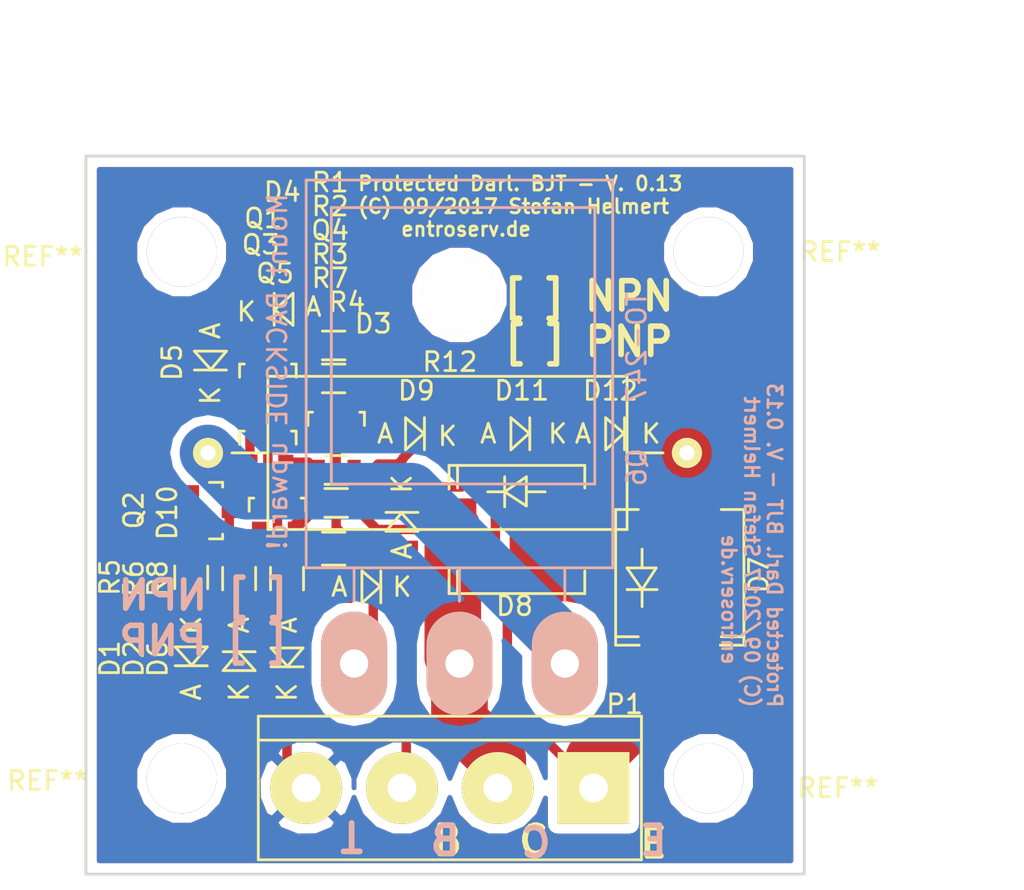
<source format=kicad_pcb>
(kicad_pcb (version 4) (host pcbnew 4.0.2+dfsg1-stable)

  (general
    (links 43)
    (no_connects 0)
    (area 112.136143 45.41 170.56 92.415)
    (thickness 1.6)
    (drawings 18)
    (tracks 126)
    (zones 0)
    (modules 32)
    (nets 22)
  )

  (page A4)
  (layers
    (0 F.Cu signal)
    (31 B.Cu signal)
    (32 B.Adhes user)
    (33 F.Adhes user)
    (34 B.Paste user)
    (35 F.Paste user)
    (36 B.SilkS user)
    (37 F.SilkS user)
    (38 B.Mask user)
    (39 F.Mask user)
    (40 Dwgs.User user)
    (41 Cmts.User user)
    (42 Eco1.User user)
    (43 Eco2.User user)
    (44 Edge.Cuts user)
    (45 Margin user)
    (46 B.CrtYd user)
    (47 F.CrtYd user)
    (48 B.Fab user)
    (49 F.Fab user)
  )

  (setup
    (last_trace_width 0.5)
    (trace_clearance 0.2)
    (zone_clearance 0.508)
    (zone_45_only no)
    (trace_min 0.2)
    (segment_width 0.2)
    (edge_width 0.15)
    (via_size 0.8)
    (via_drill 0.6)
    (via_min_size 0.4)
    (via_min_drill 0.3)
    (uvia_size 0.3)
    (uvia_drill 0.1)
    (uvias_allowed no)
    (uvia_min_size 0.2)
    (uvia_min_drill 0.1)
    (pcb_text_width 0.3)
    (pcb_text_size 1.5 1.5)
    (mod_edge_width 0.15)
    (mod_text_size 1 1)
    (mod_text_width 0.15)
    (pad_size 4.064 4.064)
    (pad_drill 3.048)
    (pad_to_mask_clearance 0.2)
    (aux_axis_origin 0 0)
    (visible_elements FFFFFFFF)
    (pcbplotparams
      (layerselection 0x010f0_80000001)
      (usegerberextensions false)
      (excludeedgelayer true)
      (linewidth 0.100000)
      (plotframeref false)
      (viasonmask false)
      (mode 1)
      (useauxorigin false)
      (hpglpennumber 1)
      (hpglpenspeed 20)
      (hpglpendiameter 15)
      (hpglpenoverlay 2)
      (psnegative false)
      (psa4output false)
      (plotreference true)
      (plotvalue true)
      (plotinvisibletext false)
      (padsonsilk false)
      (subtractmaskfromsilk false)
      (outputformat 1)
      (mirror false)
      (drillshape 0)
      (scaleselection 1)
      (outputdirectory ""))
  )

  (net 0 "")
  (net 1 "Net-(Q1-Pad2)")
  (net 2 "Net-(Q2-Pad2)")
  (net 3 "Net-(Q4-Pad1)")
  (net 4 "Net-(Q5-Pad2)")
  (net 5 "Net-(D1-Pad1)")
  (net 6 "Net-(D3-Pad1)")
  (net 7 "Net-(D3-Pad2)")
  (net 8 "Net-(D4-Pad1)")
  (net 9 GND)
  (net 10 "Net-(D7-Pad1)")
  (net 11 "Net-(Q3-Pad2)")
  (net 12 "Net-(D1-Pad2)")
  (net 13 "Net-(D2-Pad1)")
  (net 14 "Net-(D4-Pad2)")
  (net 15 "Net-(D5-Pad1)")
  (net 16 "Net-(D12-Pad1)")
  (net 17 "Net-(D9-Pad2)")
  (net 18 "Net-(D10-Pad1)")
  (net 19 "Net-(D10-Pad2)")
  (net 20 "Net-(D11-Pad1)")
  (net 21 "Net-(Q6-Pad3)")

  (net_class Default "This is the default net class."
    (clearance 0.2)
    (trace_width 0.5)
    (via_dia 0.8)
    (via_drill 0.6)
    (uvia_dia 0.3)
    (uvia_drill 0.1)
    (add_net GND)
    (add_net "Net-(D1-Pad1)")
    (add_net "Net-(D1-Pad2)")
    (add_net "Net-(D10-Pad1)")
    (add_net "Net-(D10-Pad2)")
    (add_net "Net-(D11-Pad1)")
    (add_net "Net-(D12-Pad1)")
    (add_net "Net-(D2-Pad1)")
    (add_net "Net-(D3-Pad1)")
    (add_net "Net-(D3-Pad2)")
    (add_net "Net-(D4-Pad1)")
    (add_net "Net-(D4-Pad2)")
    (add_net "Net-(D5-Pad1)")
    (add_net "Net-(D7-Pad1)")
    (add_net "Net-(D9-Pad2)")
    (add_net "Net-(Q1-Pad2)")
    (add_net "Net-(Q2-Pad2)")
    (add_net "Net-(Q3-Pad2)")
    (add_net "Net-(Q4-Pad1)")
    (add_net "Net-(Q5-Pad2)")
    (add_net "Net-(Q6-Pad3)")
  )

  (net_class power ""
    (clearance 0.2)
    (trace_width 3)
    (via_dia 3.5)
    (via_drill 3)
    (uvia_dia 0.3)
    (uvia_drill 0.1)
  )

  (module Resistors_ThroughHole:Resistor_Ceramic_Horizontal_L19mm-W8mm-H8mm-p25mm (layer F.Cu) (tedit 53FEE15C) (tstamp 59BE8AED)
    (at 136.017 69.088)
    (descr "Resistor, Ceramic, Horizontal")
    (tags "Resistor, Ceramic, Horizontal")
    (path /598B7C20)
    (fp_text reference R12 (at 0.127 -4.826) (layer F.SilkS)
      (effects (font (size 1 1) (thickness 0.15)))
    )
    (fp_text value 0.3 (at 0.635 6.35) (layer F.Fab)
      (effects (font (size 1 1) (thickness 0.15)))
    )
    (fp_line (start 9.525 0) (end 11.43 0) (layer F.SilkS) (width 0.15))
    (fp_line (start -9.525 0) (end -11.43 0) (layer F.SilkS) (width 0.15))
    (fp_line (start -9.525 -4.064) (end -9.525 4.064) (layer F.SilkS) (width 0.15))
    (fp_line (start -9.525 4.064) (end 9.525 4.064) (layer F.SilkS) (width 0.15))
    (fp_line (start 9.525 4.064) (end 9.525 -4.064) (layer F.SilkS) (width 0.15))
    (fp_line (start 9.525 -4.064) (end -9.525 -4.064) (layer F.SilkS) (width 0.15))
    (pad 1 thru_hole circle (at -12.7 0 180) (size 1.6 1.6) (drill 0.8) (layers *.Cu *.Mask F.SilkS)
      (net 21 "Net-(Q6-Pad3)"))
    (pad 2 thru_hole circle (at 12.7 0 180) (size 1.6 1.6) (drill 0.8) (layers *.Cu *.Mask F.SilkS)
      (net 16 "Net-(D12-Pad1)"))
    (model Resistors_ThroughHole.3dshapes/Resistor_Ceramic_Horizontal_L19mm-W8mm-H8mm-p25mm.wrl
      (at (xyz 0 0 0))
      (scale (xyz 4 4 4))
      (rotate (xyz 0 0 0))
    )
  )

  (module Mounting_Holes:MountingHole_3-7mm (layer F.Cu) (tedit 0) (tstamp 59BEB528)
    (at 121.92 58.42)
    (descr "Mounting hole, Befestigungsbohrung, 3,7mm, No Annular, Kein Restring,")
    (tags "Mounting hole, Befestigungsbohrung, 3,7mm, No Annular, Kein Restring,")
    (fp_text reference REF** (at -7.366 0.254) (layer F.SilkS)
      (effects (font (size 1 1) (thickness 0.15)))
    )
    (fp_text value MountingHole_3-7mm (at 1.27 5.08) (layer F.Fab)
      (effects (font (size 1 1) (thickness 0.15)))
    )
    (fp_circle (center 0 0) (end 3.7 0) (layer Cmts.User) (width 0.381))
    (pad 1 thru_hole circle (at 0 0) (size 3.7 3.7) (drill 3.7) (layers))
  )

  (module Mounting_Holes:MountingHole_3-7mm (layer F.Cu) (tedit 0) (tstamp 59BEB523)
    (at 149.86 58.42)
    (descr "Mounting hole, Befestigungsbohrung, 3,7mm, No Annular, Kein Restring,")
    (tags "Mounting hole, Befestigungsbohrung, 3,7mm, No Annular, Kein Restring,")
    (fp_text reference REF** (at 6.985 0) (layer F.SilkS)
      (effects (font (size 1 1) (thickness 0.15)))
    )
    (fp_text value MountingHole_3-7mm (at 1.27 5.08) (layer F.Fab)
      (effects (font (size 1 1) (thickness 0.15)))
    )
    (fp_circle (center 0 0) (end 3.7 0) (layer Cmts.User) (width 0.381))
    (pad 1 thru_hole circle (at 0 0) (size 3.7 3.7) (drill 3.7) (layers))
  )

  (module Mounting_Holes:MountingHole_3-7mm (layer F.Cu) (tedit 0) (tstamp 59BEB51D)
    (at 121.92 86.36)
    (descr "Mounting hole, Befestigungsbohrung, 3,7mm, No Annular, Kein Restring,")
    (tags "Mounting hole, Befestigungsbohrung, 3,7mm, No Annular, Kein Restring,")
    (fp_text reference REF** (at -7.112 0.127) (layer F.SilkS)
      (effects (font (size 1 1) (thickness 0.15)))
    )
    (fp_text value MountingHole_3-7mm (at 1.27 5.08) (layer F.Fab)
      (effects (font (size 1 1) (thickness 0.15)))
    )
    (fp_circle (center 0 0) (end 3.7 0) (layer Cmts.User) (width 0.381))
    (pad 1 thru_hole circle (at 0 0) (size 3.7 3.7) (drill 3.7) (layers))
  )

  (module Connect:bornier4 (layer F.Cu) (tedit 0) (tstamp 59BE8A8D)
    (at 136.144 86.868 180)
    (descr "Bornier d'alimentation 4 pins")
    (tags DEV)
    (path /598BAA64)
    (fp_text reference P1 (at -9.271 4.445 180) (layer F.SilkS)
      (effects (font (size 1 1) (thickness 0.15)))
    )
    (fp_text value CONN_01X04 (at 0 5.08 180) (layer F.Fab)
      (effects (font (size 1 1) (thickness 0.15)))
    )
    (fp_line (start -10.16 -3.81) (end -10.16 3.81) (layer F.SilkS) (width 0.15))
    (fp_line (start 10.16 3.81) (end 10.16 -3.81) (layer F.SilkS) (width 0.15))
    (fp_line (start 10.16 2.54) (end -10.16 2.54) (layer F.SilkS) (width 0.15))
    (fp_line (start -10.16 -3.81) (end 10.16 -3.81) (layer F.SilkS) (width 0.15))
    (fp_line (start -10.16 3.81) (end 10.16 3.81) (layer F.SilkS) (width 0.15))
    (pad 2 thru_hole circle (at -2.54 0 180) (size 3.81 3.81) (drill 1.524) (layers *.Cu *.Mask F.SilkS)
      (net 14 "Net-(D4-Pad2)"))
    (pad 3 thru_hole circle (at 2.54 0 180) (size 3.81 3.81) (drill 1.524) (layers *.Cu *.Mask F.SilkS)
      (net 6 "Net-(D3-Pad1)"))
    (pad 1 thru_hole rect (at -7.62 0 180) (size 3.81 3.81) (drill 1.524) (layers *.Cu *.Mask F.SilkS)
      (net 10 "Net-(D7-Pad1)"))
    (pad 4 thru_hole circle (at 7.62 0 180) (size 3.81 3.81) (drill 1.524) (layers *.Cu *.Mask F.SilkS)
      (net 9 GND))
    (model Connect.3dshapes/bornier4.wrl
      (at (xyz 0 0 0))
      (scale (xyz 1 1 1))
      (rotate (xyz 0 0 0))
    )
  )

  (module Diodes_SMD:MiniMELF_Standard (layer F.Cu) (tedit 55364937) (tstamp 59BE8A43)
    (at 122.428 79.98206 90)
    (descr "Diode Mini-MELF Standard")
    (tags "Diode Mini-MELF Standard")
    (path /598B742A)
    (attr smd)
    (fp_text reference D1 (at -0.02794 -4.318 90) (layer F.SilkS)
      (effects (font (size 1 1) (thickness 0.15)))
    )
    (fp_text value 1N4148 (at 0 3.81 90) (layer F.Fab)
      (effects (font (size 1 1) (thickness 0.15)))
    )
    (fp_line (start -2.55 -1) (end 2.55 -1) (layer F.CrtYd) (width 0.05))
    (fp_line (start 2.55 -1) (end 2.55 1) (layer F.CrtYd) (width 0.05))
    (fp_line (start 2.55 1) (end -2.55 1) (layer F.CrtYd) (width 0.05))
    (fp_line (start -2.55 1) (end -2.55 -1) (layer F.CrtYd) (width 0.05))
    (fp_line (start -0.40024 0.0508) (end 0.60052 -0.85) (layer F.SilkS) (width 0.15))
    (fp_line (start 0.60052 -0.85) (end 0.60052 0.85) (layer F.SilkS) (width 0.15))
    (fp_line (start 0.60052 0.85) (end -0.40024 0) (layer F.SilkS) (width 0.15))
    (fp_line (start -0.40024 -0.85) (end -0.40024 0.85) (layer F.SilkS) (width 0.15))
    (fp_text user K (at -1.8 2.54 90) (layer F.SilkS)
      (effects (font (size 1 1) (thickness 0.15)))
    )
    (fp_text user A (at 1.75006 2.54 90) (layer F.SilkS)
      (effects (font (size 1 1) (thickness 0.15)))
    )
    (fp_circle (center 0 0) (end 0 0.55118) (layer F.Adhes) (width 0.381))
    (fp_circle (center 0 0) (end 0 0.20066) (layer F.Adhes) (width 0.381))
    (pad 1 smd rect (at -1.75006 0 90) (size 1.30048 1.69926) (layers F.Cu F.Paste F.Mask)
      (net 5 "Net-(D1-Pad1)"))
    (pad 2 smd rect (at 1.75006 0 90) (size 1.30048 1.69926) (layers F.Cu F.Paste F.Mask)
      (net 12 "Net-(D1-Pad2)"))
    (model Diodes_SMD.3dshapes/MiniMELF_Standard.wrl
      (at (xyz 0 0 0))
      (scale (xyz 0.3937 0.3937 0.3937))
      (rotate (xyz 0 0 0))
    )
  )

  (module Diodes_SMD:MiniMELF_Standard (layer F.Cu) (tedit 55364937) (tstamp 59BE8A49)
    (at 124.968 80.03794 270)
    (descr "Diode Mini-MELF Standard")
    (tags "Diode Mini-MELF Standard")
    (path /598B74EB)
    (attr smd)
    (fp_text reference D2 (at -0.02794 5.588 270) (layer F.SilkS)
      (effects (font (size 1 1) (thickness 0.15)))
    )
    (fp_text value 1N4148 (at 0 3.81 270) (layer F.Fab)
      (effects (font (size 1 1) (thickness 0.15)))
    )
    (fp_line (start -2.55 -1) (end 2.55 -1) (layer F.CrtYd) (width 0.05))
    (fp_line (start 2.55 -1) (end 2.55 1) (layer F.CrtYd) (width 0.05))
    (fp_line (start 2.55 1) (end -2.55 1) (layer F.CrtYd) (width 0.05))
    (fp_line (start -2.55 1) (end -2.55 -1) (layer F.CrtYd) (width 0.05))
    (fp_line (start -0.40024 0.0508) (end 0.60052 -0.85) (layer F.SilkS) (width 0.15))
    (fp_line (start 0.60052 -0.85) (end 0.60052 0.85) (layer F.SilkS) (width 0.15))
    (fp_line (start 0.60052 0.85) (end -0.40024 0) (layer F.SilkS) (width 0.15))
    (fp_line (start -0.40024 -0.85) (end -0.40024 0.85) (layer F.SilkS) (width 0.15))
    (fp_text user K (at -1.80594 2.54 270) (layer F.SilkS)
      (effects (font (size 1 1) (thickness 0.15)))
    )
    (fp_text user A (at 1.75006 2.54 270) (layer F.SilkS)
      (effects (font (size 1 1) (thickness 0.15)))
    )
    (fp_circle (center 0 0) (end 0 0.55118) (layer F.Adhes) (width 0.381))
    (fp_circle (center 0 0) (end 0 0.20066) (layer F.Adhes) (width 0.381))
    (pad 1 smd rect (at -1.75006 0 270) (size 1.30048 1.69926) (layers F.Cu F.Paste F.Mask)
      (net 13 "Net-(D2-Pad1)"))
    (pad 2 smd rect (at 1.75006 0 270) (size 1.30048 1.69926) (layers F.Cu F.Paste F.Mask)
      (net 5 "Net-(D1-Pad1)"))
    (model Diodes_SMD.3dshapes/MiniMELF_Standard.wrl
      (at (xyz 0 0 0))
      (scale (xyz 0.3937 0.3937 0.3937))
      (rotate (xyz 0 0 0))
    )
  )

  (module Diodes_SMD:MiniMELF_Standard (layer F.Cu) (tedit 55364937) (tstamp 59BE8A4F)
    (at 132.08 76.2 180)
    (descr "Diode Mini-MELF Standard")
    (tags "Diode Mini-MELF Standard")
    (path /598B9111)
    (attr smd)
    (fp_text reference D3 (at 0 13.97 360) (layer F.SilkS)
      (effects (font (size 1 1) (thickness 0.15)))
    )
    (fp_text value 1N4148 (at 0 3.81 180) (layer F.Fab)
      (effects (font (size 1 1) (thickness 0.15)))
    )
    (fp_line (start -2.55 -1) (end 2.55 -1) (layer F.CrtYd) (width 0.05))
    (fp_line (start 2.55 -1) (end 2.55 1) (layer F.CrtYd) (width 0.05))
    (fp_line (start 2.55 1) (end -2.55 1) (layer F.CrtYd) (width 0.05))
    (fp_line (start -2.55 1) (end -2.55 -1) (layer F.CrtYd) (width 0.05))
    (fp_line (start -0.40024 0.0508) (end 0.60052 -0.85) (layer F.SilkS) (width 0.15))
    (fp_line (start 0.60052 -0.85) (end 0.60052 0.85) (layer F.SilkS) (width 0.15))
    (fp_line (start 0.60052 0.85) (end -0.40024 0) (layer F.SilkS) (width 0.15))
    (fp_line (start -0.40024 -0.85) (end -0.40024 0.85) (layer F.SilkS) (width 0.15))
    (fp_text user K (at -1.524 0 180) (layer F.SilkS)
      (effects (font (size 1 1) (thickness 0.15)))
    )
    (fp_text user A (at 1.8 0 180) (layer F.SilkS)
      (effects (font (size 1 1) (thickness 0.15)))
    )
    (fp_circle (center 0 0) (end 0 0.55118) (layer F.Adhes) (width 0.381))
    (fp_circle (center 0 0) (end 0 0.20066) (layer F.Adhes) (width 0.381))
    (pad 1 smd rect (at -1.75006 0 180) (size 1.30048 1.69926) (layers F.Cu F.Paste F.Mask)
      (net 6 "Net-(D3-Pad1)"))
    (pad 2 smd rect (at 1.75006 0 180) (size 1.30048 1.69926) (layers F.Cu F.Paste F.Mask)
      (net 7 "Net-(D3-Pad2)"))
    (model Diodes_SMD.3dshapes/MiniMELF_Standard.wrl
      (at (xyz 0 0 0))
      (scale (xyz 0.3937 0.3937 0.3937))
      (rotate (xyz 0 0 0))
    )
  )

  (module Diodes_SMD:MiniMELF_Standard (layer F.Cu) (tedit 55364937) (tstamp 59BE8A55)
    (at 127.22606 61.468)
    (descr "Diode Mini-MELF Standard")
    (tags "Diode Mini-MELF Standard")
    (path /598B752C)
    (attr smd)
    (fp_text reference D4 (at 0.02794 -6.223) (layer F.SilkS)
      (effects (font (size 1 1) (thickness 0.15)))
    )
    (fp_text value 1N4148 (at 0 3.81) (layer F.Fab)
      (effects (font (size 1 1) (thickness 0.15)))
    )
    (fp_line (start -2.55 -1) (end 2.55 -1) (layer F.CrtYd) (width 0.05))
    (fp_line (start 2.55 -1) (end 2.55 1) (layer F.CrtYd) (width 0.05))
    (fp_line (start 2.55 1) (end -2.55 1) (layer F.CrtYd) (width 0.05))
    (fp_line (start -2.55 1) (end -2.55 -1) (layer F.CrtYd) (width 0.05))
    (fp_line (start -0.40024 0.0508) (end 0.60052 -0.85) (layer F.SilkS) (width 0.15))
    (fp_line (start 0.60052 -0.85) (end 0.60052 0.85) (layer F.SilkS) (width 0.15))
    (fp_line (start 0.60052 0.85) (end -0.40024 0) (layer F.SilkS) (width 0.15))
    (fp_line (start -0.40024 -0.85) (end -0.40024 0.85) (layer F.SilkS) (width 0.15))
    (fp_text user K (at -1.87706 0.127) (layer F.SilkS)
      (effects (font (size 1 1) (thickness 0.15)))
    )
    (fp_text user A (at 1.67894 -0.127) (layer F.SilkS)
      (effects (font (size 1 1) (thickness 0.15)))
    )
    (fp_circle (center 0 0) (end 0 0.55118) (layer F.Adhes) (width 0.381))
    (fp_circle (center 0 0) (end 0 0.20066) (layer F.Adhes) (width 0.381))
    (pad 1 smd rect (at -1.75006 0) (size 1.30048 1.69926) (layers F.Cu F.Paste F.Mask)
      (net 8 "Net-(D4-Pad1)"))
    (pad 2 smd rect (at 1.75006 0) (size 1.30048 1.69926) (layers F.Cu F.Paste F.Mask)
      (net 14 "Net-(D4-Pad2)"))
    (model Diodes_SMD.3dshapes/MiniMELF_Standard.wrl
      (at (xyz 0 0 0))
      (scale (xyz 0.3937 0.3937 0.3937))
      (rotate (xyz 0 0 0))
    )
  )

  (module Diodes_SMD:MiniMELF_Standard (layer F.Cu) (tedit 55364937) (tstamp 59BE8A5B)
    (at 123.444 64.28994 90)
    (descr "Diode Mini-MELF Standard")
    (tags "Diode Mini-MELF Standard")
    (path /598B7563)
    (attr smd)
    (fp_text reference D5 (at 0 -2.032 90) (layer F.SilkS)
      (effects (font (size 1 1) (thickness 0.15)))
    )
    (fp_text value 1N4148 (at 0 3.81 90) (layer F.Fab)
      (effects (font (size 1 1) (thickness 0.15)))
    )
    (fp_line (start -2.55 -1) (end 2.55 -1) (layer F.CrtYd) (width 0.05))
    (fp_line (start 2.55 -1) (end 2.55 1) (layer F.CrtYd) (width 0.05))
    (fp_line (start 2.55 1) (end -2.55 1) (layer F.CrtYd) (width 0.05))
    (fp_line (start -2.55 1) (end -2.55 -1) (layer F.CrtYd) (width 0.05))
    (fp_line (start -0.40024 0.0508) (end 0.60052 -0.85) (layer F.SilkS) (width 0.15))
    (fp_line (start 0.60052 -0.85) (end 0.60052 0.85) (layer F.SilkS) (width 0.15))
    (fp_line (start 0.60052 0.85) (end -0.40024 0) (layer F.SilkS) (width 0.15))
    (fp_line (start -0.40024 -0.85) (end -0.40024 0.85) (layer F.SilkS) (width 0.15))
    (fp_text user K (at -1.75006 0 90) (layer F.SilkS)
      (effects (font (size 1 1) (thickness 0.15)))
    )
    (fp_text user A (at 1.67894 0 90) (layer F.SilkS)
      (effects (font (size 1 1) (thickness 0.15)))
    )
    (fp_circle (center 0 0) (end 0 0.55118) (layer F.Adhes) (width 0.381))
    (fp_circle (center 0 0) (end 0 0.20066) (layer F.Adhes) (width 0.381))
    (pad 1 smd rect (at -1.75006 0 90) (size 1.30048 1.69926) (layers F.Cu F.Paste F.Mask)
      (net 15 "Net-(D5-Pad1)"))
    (pad 2 smd rect (at 1.75006 0 90) (size 1.30048 1.69926) (layers F.Cu F.Paste F.Mask)
      (net 8 "Net-(D4-Pad1)"))
    (model Diodes_SMD.3dshapes/MiniMELF_Standard.wrl
      (at (xyz 0 0 0))
      (scale (xyz 0.3937 0.3937 0.3937))
      (rotate (xyz 0 0 0))
    )
  )

  (module Diodes_SMD:MiniMELF_Standard (layer F.Cu) (tedit 55364937) (tstamp 59BE8A61)
    (at 127.508 80.03794 90)
    (descr "Diode Mini-MELF Standard")
    (tags "Diode Mini-MELF Standard")
    (path /598B9C27)
    (attr smd)
    (fp_text reference D6 (at 0.02794 -6.858 270) (layer F.SilkS)
      (effects (font (size 1 1) (thickness 0.15)))
    )
    (fp_text value 1N4148 (at 0 3.81 90) (layer F.Fab)
      (effects (font (size 1 1) (thickness 0.15)))
    )
    (fp_line (start -2.55 -1) (end 2.55 -1) (layer F.CrtYd) (width 0.05))
    (fp_line (start 2.55 -1) (end 2.55 1) (layer F.CrtYd) (width 0.05))
    (fp_line (start 2.55 1) (end -2.55 1) (layer F.CrtYd) (width 0.05))
    (fp_line (start -2.55 1) (end -2.55 -1) (layer F.CrtYd) (width 0.05))
    (fp_line (start -0.40024 0.0508) (end 0.60052 -0.85) (layer F.SilkS) (width 0.15))
    (fp_line (start 0.60052 -0.85) (end 0.60052 0.85) (layer F.SilkS) (width 0.15))
    (fp_line (start 0.60052 0.85) (end -0.40024 0) (layer F.SilkS) (width 0.15))
    (fp_line (start -0.40024 -0.85) (end -0.40024 0.85) (layer F.SilkS) (width 0.15))
    (fp_text user K (at -1.75006 0 90) (layer F.SilkS)
      (effects (font (size 1 1) (thickness 0.15)))
    )
    (fp_text user A (at 1.80594 0 90) (layer F.SilkS)
      (effects (font (size 1 1) (thickness 0.15)))
    )
    (fp_circle (center 0 0) (end 0 0.55118) (layer F.Adhes) (width 0.381))
    (fp_circle (center 0 0) (end 0 0.20066) (layer F.Adhes) (width 0.381))
    (pad 1 smd rect (at -1.75006 0 90) (size 1.30048 1.69926) (layers F.Cu F.Paste F.Mask)
      (net 9 GND))
    (pad 2 smd rect (at 1.75006 0 90) (size 1.30048 1.69926) (layers F.Cu F.Paste F.Mask)
      (net 13 "Net-(D2-Pad1)"))
    (model Diodes_SMD.3dshapes/MiniMELF_Standard.wrl
      (at (xyz 0 0 0))
      (scale (xyz 0.3937 0.3937 0.3937))
      (rotate (xyz 0 0 0))
    )
  )

  (module Diodes_SMD:SMC_Standard (layer F.Cu) (tedit 552FF450) (tstamp 59BE8A67)
    (at 148.336 75.692 90)
    (descr "Diode SMC Standard")
    (tags "Diode SMC Standard")
    (path /598B85A6)
    (attr smd)
    (fp_text reference D7 (at 0.127 4.191 90) (layer F.SilkS)
      (effects (font (size 1 1) (thickness 0.15)))
    )
    (fp_text value SK86C (at 0 5.08 90) (layer F.Fab)
      (effects (font (size 1 1) (thickness 0.15)))
    )
    (fp_line (start -4.9 -3.65) (end 4.9 -3.65) (layer F.CrtYd) (width 0.05))
    (fp_line (start 4.9 -3.65) (end 4.9 3.65) (layer F.CrtYd) (width 0.05))
    (fp_line (start 4.9 3.65) (end -4.9 3.65) (layer F.CrtYd) (width 0.05))
    (fp_line (start -4.9 3.65) (end -4.9 -3.65) (layer F.CrtYd) (width 0.05))
    (fp_circle (center 0 0) (end 0.7493 0.35052) (layer F.Adhes) (width 0.381))
    (fp_circle (center 0 0) (end 0.44958 0.20066) (layer F.Adhes) (width 0.381))
    (fp_circle (center 0 0) (end 0.14986 0.14986) (layer F.Adhes) (width 0.381))
    (fp_line (start -0.64944 -1.99898) (end -1.55114 -1.99898) (layer F.SilkS) (width 0.15))
    (fp_line (start 0.50118 -1.99898) (end 1.4994 -1.99898) (layer F.SilkS) (width 0.15))
    (fp_line (start -3.14946 3.40106) (end -3.14946 2.19964) (layer F.SilkS) (width 0.15))
    (fp_line (start -3.14946 -3.40106) (end -3.14946 -2.19964) (layer F.SilkS) (width 0.15))
    (fp_line (start 3.59918 3.40106) (end 3.59918 2.19964) (layer F.SilkS) (width 0.15))
    (fp_line (start 3.59918 -3.40106) (end 3.59918 -2.19964) (layer F.SilkS) (width 0.15))
    (fp_line (start -3.59918 3.40106) (end -3.59918 2.14884) (layer F.SilkS) (width 0.15))
    (fp_line (start -3.59918 -3.40106) (end -3.59918 -2.14884) (layer F.SilkS) (width 0.15))
    (fp_line (start -0.64944 -2.79908) (end -0.64944 -1.19888) (layer F.SilkS) (width 0.15))
    (fp_line (start 0.50118 -1.24968) (end 0.50118 -2.79908) (layer F.SilkS) (width 0.15))
    (fp_line (start -0.64944 -1.99898) (end 0.50118 -1.24968) (layer F.SilkS) (width 0.15))
    (fp_line (start -0.64944 -1.99898) (end 0.50118 -2.79908) (layer F.SilkS) (width 0.15))
    (fp_line (start -3.59918 3.40106) (end 3.59918 3.40106) (layer F.SilkS) (width 0.15))
    (fp_line (start -3.59918 -3.40106) (end 3.59918 -3.40106) (layer F.SilkS) (width 0.15))
    (pad 1 smd rect (at -3.40106 0 180) (size 3.29946 2.49936) (layers F.Cu F.Paste F.Mask)
      (net 10 "Net-(D7-Pad1)"))
    (pad 2 smd rect (at 3.40106 0 180) (size 3.29946 2.49936) (layers F.Cu F.Paste F.Mask)
      (net 16 "Net-(D12-Pad1)"))
    (model Diodes_SMD.3dshapes/SMC_Standard.wrl
      (at (xyz 0 0 0))
      (scale (xyz 0.3937 0.3937 0.3937))
      (rotate (xyz 0 0 180))
    )
  )

  (module Diodes_SMD:MiniMELF_Standard (layer F.Cu) (tedit 55364937) (tstamp 59BE8A73)
    (at 134.39394 68.072 180)
    (descr "Diode Mini-MELF Standard")
    (tags "Diode Mini-MELF Standard")
    (path /59BE96BA)
    (attr smd)
    (fp_text reference D9 (at 0.02794 2.286 180) (layer F.SilkS)
      (effects (font (size 1 1) (thickness 0.15)))
    )
    (fp_text value 1N4148 (at 0 3.81 180) (layer F.Fab)
      (effects (font (size 1 1) (thickness 0.15)))
    )
    (fp_line (start -2.55 -1) (end 2.55 -1) (layer F.CrtYd) (width 0.05))
    (fp_line (start 2.55 -1) (end 2.55 1) (layer F.CrtYd) (width 0.05))
    (fp_line (start 2.55 1) (end -2.55 1) (layer F.CrtYd) (width 0.05))
    (fp_line (start -2.55 1) (end -2.55 -1) (layer F.CrtYd) (width 0.05))
    (fp_line (start -0.40024 0.0508) (end 0.60052 -0.85) (layer F.SilkS) (width 0.15))
    (fp_line (start 0.60052 -0.85) (end 0.60052 0.85) (layer F.SilkS) (width 0.15))
    (fp_line (start 0.60052 0.85) (end -0.40024 0) (layer F.SilkS) (width 0.15))
    (fp_line (start -0.40024 -0.85) (end -0.40024 0.85) (layer F.SilkS) (width 0.15))
    (fp_text user K (at -1.62306 -0.127 180) (layer F.SilkS)
      (effects (font (size 1 1) (thickness 0.15)))
    )
    (fp_text user A (at 1.67894 0 180) (layer F.SilkS)
      (effects (font (size 1 1) (thickness 0.15)))
    )
    (fp_circle (center 0 0) (end 0 0.55118) (layer F.Adhes) (width 0.381))
    (fp_circle (center 0 0) (end 0 0.20066) (layer F.Adhes) (width 0.381))
    (pad 1 smd rect (at -1.75006 0 180) (size 1.30048 1.69926) (layers F.Cu F.Paste F.Mask)
      (net 10 "Net-(D7-Pad1)"))
    (pad 2 smd rect (at 1.75006 0 180) (size 1.30048 1.69926) (layers F.Cu F.Paste F.Mask)
      (net 17 "Net-(D9-Pad2)"))
    (model Diodes_SMD.3dshapes/MiniMELF_Standard.wrl
      (at (xyz 0 0 0))
      (scale (xyz 0.3937 0.3937 0.3937))
      (rotate (xyz 0 0 0))
    )
  )

  (module Diodes_SMD:MiniMELF_Standard (layer F.Cu) (tedit 55364937) (tstamp 59BE8A79)
    (at 133.604 72.644 270)
    (descr "Diode Mini-MELF Standard")
    (tags "Diode Mini-MELF Standard")
    (path /59BE88C4)
    (attr smd)
    (fp_text reference D10 (at -0.381 12.446 450) (layer F.SilkS)
      (effects (font (size 1 1) (thickness 0.15)))
    )
    (fp_text value 1N4148 (at 0 3.81 270) (layer F.Fab)
      (effects (font (size 1 1) (thickness 0.15)))
    )
    (fp_line (start -2.55 -1) (end 2.55 -1) (layer F.CrtYd) (width 0.05))
    (fp_line (start 2.55 -1) (end 2.55 1) (layer F.CrtYd) (width 0.05))
    (fp_line (start 2.55 1) (end -2.55 1) (layer F.CrtYd) (width 0.05))
    (fp_line (start -2.55 1) (end -2.55 -1) (layer F.CrtYd) (width 0.05))
    (fp_line (start -0.40024 0.0508) (end 0.60052 -0.85) (layer F.SilkS) (width 0.15))
    (fp_line (start 0.60052 -0.85) (end 0.60052 0.85) (layer F.SilkS) (width 0.15))
    (fp_line (start 0.60052 0.85) (end -0.40024 0) (layer F.SilkS) (width 0.15))
    (fp_line (start -0.40024 -0.85) (end -0.40024 0.85) (layer F.SilkS) (width 0.15))
    (fp_text user K (at -1.905 0 270) (layer F.SilkS)
      (effects (font (size 1 1) (thickness 0.15)))
    )
    (fp_text user A (at 1.651 0 270) (layer F.SilkS)
      (effects (font (size 1 1) (thickness 0.15)))
    )
    (fp_circle (center 0 0) (end 0 0.55118) (layer F.Adhes) (width 0.381))
    (fp_circle (center 0 0) (end 0 0.20066) (layer F.Adhes) (width 0.381))
    (pad 1 smd rect (at -1.75006 0 270) (size 1.30048 1.69926) (layers F.Cu F.Paste F.Mask)
      (net 18 "Net-(D10-Pad1)"))
    (pad 2 smd rect (at 1.75006 0 270) (size 1.30048 1.69926) (layers F.Cu F.Paste F.Mask)
      (net 19 "Net-(D10-Pad2)"))
    (model Diodes_SMD.3dshapes/MiniMELF_Standard.wrl
      (at (xyz 0 0 0))
      (scale (xyz 0.3937 0.3937 0.3937))
      (rotate (xyz 0 0 0))
    )
  )

  (module Diodes_SMD:MiniMELF_Standard (layer F.Cu) (tedit 55364937) (tstamp 59BE8A7F)
    (at 139.98194 68.072 180)
    (descr "Diode Mini-MELF Standard")
    (tags "Diode Mini-MELF Standard")
    (path /59BE8854)
    (attr smd)
    (fp_text reference D11 (at 0.02794 2.286 180) (layer F.SilkS)
      (effects (font (size 1 1) (thickness 0.15)))
    )
    (fp_text value 1N4148 (at 0 3.81 180) (layer F.Fab)
      (effects (font (size 1 1) (thickness 0.15)))
    )
    (fp_line (start -2.55 -1) (end 2.55 -1) (layer F.CrtYd) (width 0.05))
    (fp_line (start 2.55 -1) (end 2.55 1) (layer F.CrtYd) (width 0.05))
    (fp_line (start 2.55 1) (end -2.55 1) (layer F.CrtYd) (width 0.05))
    (fp_line (start -2.55 1) (end -2.55 -1) (layer F.CrtYd) (width 0.05))
    (fp_line (start -0.40024 0.0508) (end 0.60052 -0.85) (layer F.SilkS) (width 0.15))
    (fp_line (start 0.60052 -0.85) (end 0.60052 0.85) (layer F.SilkS) (width 0.15))
    (fp_line (start 0.60052 0.85) (end -0.40024 0) (layer F.SilkS) (width 0.15))
    (fp_line (start -0.40024 -0.85) (end -0.40024 0.85) (layer F.SilkS) (width 0.15))
    (fp_text user K (at -1.87706 0 180) (layer F.SilkS)
      (effects (font (size 1 1) (thickness 0.15)))
    )
    (fp_text user A (at 1.8 0 180) (layer F.SilkS)
      (effects (font (size 1 1) (thickness 0.15)))
    )
    (fp_circle (center 0 0) (end 0 0.55118) (layer F.Adhes) (width 0.381))
    (fp_circle (center 0 0) (end 0 0.20066) (layer F.Adhes) (width 0.381))
    (pad 1 smd rect (at -1.75006 0 180) (size 1.30048 1.69926) (layers F.Cu F.Paste F.Mask)
      (net 20 "Net-(D11-Pad1)"))
    (pad 2 smd rect (at 1.75006 0 180) (size 1.30048 1.69926) (layers F.Cu F.Paste F.Mask)
      (net 18 "Net-(D10-Pad1)"))
    (model Diodes_SMD.3dshapes/MiniMELF_Standard.wrl
      (at (xyz 0 0 0))
      (scale (xyz 0.3937 0.3937 0.3937))
      (rotate (xyz 0 0 0))
    )
  )

  (module Diodes_SMD:MiniMELF_Standard (layer F.Cu) (tedit 55364937) (tstamp 59BE8A85)
    (at 145.00606 68.072 180)
    (descr "Diode Mini-MELF Standard")
    (tags "Diode Mini-MELF Standard")
    (path /59BE87BD)
    (attr smd)
    (fp_text reference D12 (at 0.35306 2.286 180) (layer F.SilkS)
      (effects (font (size 1 1) (thickness 0.15)))
    )
    (fp_text value 1N4148 (at 0 3.81 180) (layer F.Fab)
      (effects (font (size 1 1) (thickness 0.15)))
    )
    (fp_line (start -2.55 -1) (end 2.55 -1) (layer F.CrtYd) (width 0.05))
    (fp_line (start 2.55 -1) (end 2.55 1) (layer F.CrtYd) (width 0.05))
    (fp_line (start 2.55 1) (end -2.55 1) (layer F.CrtYd) (width 0.05))
    (fp_line (start -2.55 1) (end -2.55 -1) (layer F.CrtYd) (width 0.05))
    (fp_line (start -0.40024 0.0508) (end 0.60052 -0.85) (layer F.SilkS) (width 0.15))
    (fp_line (start 0.60052 -0.85) (end 0.60052 0.85) (layer F.SilkS) (width 0.15))
    (fp_line (start 0.60052 0.85) (end -0.40024 0) (layer F.SilkS) (width 0.15))
    (fp_line (start -0.40024 -0.85) (end -0.40024 0.85) (layer F.SilkS) (width 0.15))
    (fp_text user K (at -1.80594 0 180) (layer F.SilkS)
      (effects (font (size 1 1) (thickness 0.15)))
    )
    (fp_text user A (at 1.8 0 180) (layer F.SilkS)
      (effects (font (size 1 1) (thickness 0.15)))
    )
    (fp_circle (center 0 0) (end 0 0.55118) (layer F.Adhes) (width 0.381))
    (fp_circle (center 0 0) (end 0 0.20066) (layer F.Adhes) (width 0.381))
    (pad 1 smd rect (at -1.75006 0 180) (size 1.30048 1.69926) (layers F.Cu F.Paste F.Mask)
      (net 16 "Net-(D12-Pad1)"))
    (pad 2 smd rect (at 1.75006 0 180) (size 1.30048 1.69926) (layers F.Cu F.Paste F.Mask)
      (net 20 "Net-(D11-Pad1)"))
    (model Diodes_SMD.3dshapes/MiniMELF_Standard.wrl
      (at (xyz 0 0 0))
      (scale (xyz 0.3937 0.3937 0.3937))
      (rotate (xyz 0 0 0))
    )
  )

  (module TO_SOT_Packages_SMD:SOT-23 (layer F.Cu) (tedit 553634F8) (tstamp 59BE8A94)
    (at 126.492 65.024)
    (descr "SOT-23, Standard")
    (tags SOT-23)
    (path /598B728E)
    (attr smd)
    (fp_text reference Q1 (at -0.254 -8.382) (layer F.SilkS)
      (effects (font (size 1 1) (thickness 0.15)))
    )
    (fp_text value BC856 (at 0 2.3) (layer F.Fab)
      (effects (font (size 1 1) (thickness 0.15)))
    )
    (fp_line (start -1.65 -1.6) (end 1.65 -1.6) (layer F.CrtYd) (width 0.05))
    (fp_line (start 1.65 -1.6) (end 1.65 1.6) (layer F.CrtYd) (width 0.05))
    (fp_line (start 1.65 1.6) (end -1.65 1.6) (layer F.CrtYd) (width 0.05))
    (fp_line (start -1.65 1.6) (end -1.65 -1.6) (layer F.CrtYd) (width 0.05))
    (fp_line (start 1.29916 -0.65024) (end 1.2509 -0.65024) (layer F.SilkS) (width 0.15))
    (fp_line (start -1.49982 0.0508) (end -1.49982 -0.65024) (layer F.SilkS) (width 0.15))
    (fp_line (start -1.49982 -0.65024) (end -1.2509 -0.65024) (layer F.SilkS) (width 0.15))
    (fp_line (start 1.29916 -0.65024) (end 1.49982 -0.65024) (layer F.SilkS) (width 0.15))
    (fp_line (start 1.49982 -0.65024) (end 1.49982 0.0508) (layer F.SilkS) (width 0.15))
    (pad 1 smd rect (at -0.95 1.00076) (size 0.8001 0.8001) (layers F.Cu F.Paste F.Mask)
      (net 15 "Net-(D5-Pad1)"))
    (pad 2 smd rect (at 0.95 1.00076) (size 0.8001 0.8001) (layers F.Cu F.Paste F.Mask)
      (net 1 "Net-(Q1-Pad2)"))
    (pad 3 smd rect (at 0 -0.99822) (size 0.8001 0.8001) (layers F.Cu F.Paste F.Mask)
      (net 12 "Net-(D1-Pad2)"))
    (model TO_SOT_Packages_SMD.3dshapes/SOT-23.wrl
      (at (xyz 0 0 0))
      (scale (xyz 1 1 1))
      (rotate (xyz 0 0 0))
    )
  )

  (module TO_SOT_Packages_SMD:SOT-23 (layer F.Cu) (tedit 553634F8) (tstamp 59BE8A9B)
    (at 123.444 72.15124 270)
    (descr "SOT-23, Standard")
    (tags SOT-23)
    (path /598B8773)
    (attr smd)
    (fp_text reference Q2 (at -0.01524 4.064 270) (layer F.SilkS)
      (effects (font (size 1 1) (thickness 0.15)))
    )
    (fp_text value BC850 (at 0 2.3 270) (layer F.Fab)
      (effects (font (size 1 1) (thickness 0.15)))
    )
    (fp_line (start -1.65 -1.6) (end 1.65 -1.6) (layer F.CrtYd) (width 0.05))
    (fp_line (start 1.65 -1.6) (end 1.65 1.6) (layer F.CrtYd) (width 0.05))
    (fp_line (start 1.65 1.6) (end -1.65 1.6) (layer F.CrtYd) (width 0.05))
    (fp_line (start -1.65 1.6) (end -1.65 -1.6) (layer F.CrtYd) (width 0.05))
    (fp_line (start 1.29916 -0.65024) (end 1.2509 -0.65024) (layer F.SilkS) (width 0.15))
    (fp_line (start -1.49982 0.0508) (end -1.49982 -0.65024) (layer F.SilkS) (width 0.15))
    (fp_line (start -1.49982 -0.65024) (end -1.2509 -0.65024) (layer F.SilkS) (width 0.15))
    (fp_line (start 1.29916 -0.65024) (end 1.49982 -0.65024) (layer F.SilkS) (width 0.15))
    (fp_line (start 1.49982 -0.65024) (end 1.49982 0.0508) (layer F.SilkS) (width 0.15))
    (pad 1 smd rect (at -0.95 1.00076 270) (size 0.8001 0.8001) (layers F.Cu F.Paste F.Mask)
      (net 12 "Net-(D1-Pad2)"))
    (pad 2 smd rect (at 0.95 1.00076 270) (size 0.8001 0.8001) (layers F.Cu F.Paste F.Mask)
      (net 2 "Net-(Q2-Pad2)"))
    (pad 3 smd rect (at 0 -0.99822 270) (size 0.8001 0.8001) (layers F.Cu F.Paste F.Mask)
      (net 15 "Net-(D5-Pad1)"))
    (model TO_SOT_Packages_SMD.3dshapes/SOT-23.wrl
      (at (xyz 0 0 0))
      (scale (xyz 1 1 1))
      (rotate (xyz 0 0 0))
    )
  )

  (module TO_SOT_Packages_SMD:SOT-23 (layer F.Cu) (tedit 553634F8) (tstamp 59BE8AA2)
    (at 126.492 68.58)
    (descr "SOT-23, Standard")
    (tags SOT-23)
    (path /59BEA869)
    (attr smd)
    (fp_text reference Q3 (at -0.381 -10.541) (layer F.SilkS)
      (effects (font (size 1 1) (thickness 0.15)))
    )
    (fp_text value BC856 (at 0 2.3) (layer F.Fab)
      (effects (font (size 1 1) (thickness 0.15)))
    )
    (fp_line (start -1.65 -1.6) (end 1.65 -1.6) (layer F.CrtYd) (width 0.05))
    (fp_line (start 1.65 -1.6) (end 1.65 1.6) (layer F.CrtYd) (width 0.05))
    (fp_line (start 1.65 1.6) (end -1.65 1.6) (layer F.CrtYd) (width 0.05))
    (fp_line (start -1.65 1.6) (end -1.65 -1.6) (layer F.CrtYd) (width 0.05))
    (fp_line (start 1.29916 -0.65024) (end 1.2509 -0.65024) (layer F.SilkS) (width 0.15))
    (fp_line (start -1.49982 0.0508) (end -1.49982 -0.65024) (layer F.SilkS) (width 0.15))
    (fp_line (start -1.49982 -0.65024) (end -1.2509 -0.65024) (layer F.SilkS) (width 0.15))
    (fp_line (start 1.29916 -0.65024) (end 1.49982 -0.65024) (layer F.SilkS) (width 0.15))
    (fp_line (start 1.49982 -0.65024) (end 1.49982 0.0508) (layer F.SilkS) (width 0.15))
    (pad 1 smd rect (at -0.95 1.00076) (size 0.8001 0.8001) (layers F.Cu F.Paste F.Mask)
      (net 15 "Net-(D5-Pad1)"))
    (pad 2 smd rect (at 0.95 1.00076) (size 0.8001 0.8001) (layers F.Cu F.Paste F.Mask)
      (net 11 "Net-(Q3-Pad2)"))
    (pad 3 smd rect (at 0 -0.99822) (size 0.8001 0.8001) (layers F.Cu F.Paste F.Mask)
      (net 19 "Net-(D10-Pad2)"))
    (model TO_SOT_Packages_SMD.3dshapes/SOT-23.wrl
      (at (xyz 0 0 0))
      (scale (xyz 1 1 1))
      (rotate (xyz 0 0 0))
    )
  )

  (module TO_SOT_Packages_SMD:SOT-23 (layer F.Cu) (tedit 553634F8) (tstamp 59BE8AA9)
    (at 130.114 67.57924)
    (descr "SOT-23, Standard")
    (tags SOT-23)
    (path /598B9692)
    (attr smd)
    (fp_text reference Q4 (at -0.32 -10.30224) (layer F.SilkS)
      (effects (font (size 1 1) (thickness 0.15)))
    )
    (fp_text value BC850 (at 0 2.3) (layer F.Fab)
      (effects (font (size 1 1) (thickness 0.15)))
    )
    (fp_line (start -1.65 -1.6) (end 1.65 -1.6) (layer F.CrtYd) (width 0.05))
    (fp_line (start 1.65 -1.6) (end 1.65 1.6) (layer F.CrtYd) (width 0.05))
    (fp_line (start 1.65 1.6) (end -1.65 1.6) (layer F.CrtYd) (width 0.05))
    (fp_line (start -1.65 1.6) (end -1.65 -1.6) (layer F.CrtYd) (width 0.05))
    (fp_line (start 1.29916 -0.65024) (end 1.2509 -0.65024) (layer F.SilkS) (width 0.15))
    (fp_line (start -1.49982 0.0508) (end -1.49982 -0.65024) (layer F.SilkS) (width 0.15))
    (fp_line (start -1.49982 -0.65024) (end -1.2509 -0.65024) (layer F.SilkS) (width 0.15))
    (fp_line (start 1.29916 -0.65024) (end 1.49982 -0.65024) (layer F.SilkS) (width 0.15))
    (fp_line (start 1.49982 -0.65024) (end 1.49982 0.0508) (layer F.SilkS) (width 0.15))
    (pad 1 smd rect (at -0.95 1.00076) (size 0.8001 0.8001) (layers F.Cu F.Paste F.Mask)
      (net 3 "Net-(Q4-Pad1)"))
    (pad 2 smd rect (at 0.95 1.00076) (size 0.8001 0.8001) (layers F.Cu F.Paste F.Mask)
      (net 17 "Net-(D9-Pad2)"))
    (pad 3 smd rect (at 0 -0.99822) (size 0.8001 0.8001) (layers F.Cu F.Paste F.Mask)
      (net 19 "Net-(D10-Pad2)"))
    (model TO_SOT_Packages_SMD.3dshapes/SOT-23.wrl
      (at (xyz 0 0 0))
      (scale (xyz 1 1 1))
      (rotate (xyz 0 0 0))
    )
  )

  (module TO_SOT_Packages_SMD:SOT-23 (layer F.Cu) (tedit 553634F8) (tstamp 59BE8AB0)
    (at 127 72.136)
    (descr "SOT-23, Standard")
    (tags SOT-23)
    (path /598B9847)
    (attr smd)
    (fp_text reference Q5 (at -0.127 -12.573) (layer F.SilkS)
      (effects (font (size 1 1) (thickness 0.15)))
    )
    (fp_text value BC856 (at 0 2.3) (layer F.Fab)
      (effects (font (size 1 1) (thickness 0.15)))
    )
    (fp_line (start -1.65 -1.6) (end 1.65 -1.6) (layer F.CrtYd) (width 0.05))
    (fp_line (start 1.65 -1.6) (end 1.65 1.6) (layer F.CrtYd) (width 0.05))
    (fp_line (start 1.65 1.6) (end -1.65 1.6) (layer F.CrtYd) (width 0.05))
    (fp_line (start -1.65 1.6) (end -1.65 -1.6) (layer F.CrtYd) (width 0.05))
    (fp_line (start 1.29916 -0.65024) (end 1.2509 -0.65024) (layer F.SilkS) (width 0.15))
    (fp_line (start -1.49982 0.0508) (end -1.49982 -0.65024) (layer F.SilkS) (width 0.15))
    (fp_line (start -1.49982 -0.65024) (end -1.2509 -0.65024) (layer F.SilkS) (width 0.15))
    (fp_line (start 1.29916 -0.65024) (end 1.49982 -0.65024) (layer F.SilkS) (width 0.15))
    (fp_line (start 1.49982 -0.65024) (end 1.49982 0.0508) (layer F.SilkS) (width 0.15))
    (pad 1 smd rect (at -0.95 1.00076) (size 0.8001 0.8001) (layers F.Cu F.Paste F.Mask)
      (net 15 "Net-(D5-Pad1)"))
    (pad 2 smd rect (at 0.95 1.00076) (size 0.8001 0.8001) (layers F.Cu F.Paste F.Mask)
      (net 4 "Net-(Q5-Pad2)"))
    (pad 3 smd rect (at 0 -0.99822) (size 0.8001 0.8001) (layers F.Cu F.Paste F.Mask)
      (net 3 "Net-(Q4-Pad1)"))
    (model TO_SOT_Packages_SMD.3dshapes/SOT-23.wrl
      (at (xyz 0 0 0))
      (scale (xyz 1 1 1))
      (rotate (xyz 0 0 0))
    )
  )

  (module Resistors_SMD:R_0805 (layer F.Cu) (tedit 5415CDEB) (tstamp 59BE8ABD)
    (at 129.982 63.5 180)
    (descr "Resistor SMD 0805, reflow soldering, Vishay (see dcrcw.pdf)")
    (tags "resistor 0805")
    (path /598B9F39)
    (attr smd)
    (fp_text reference R1 (at 0.188 8.763 360) (layer F.SilkS)
      (effects (font (size 1 1) (thickness 0.15)))
    )
    (fp_text value 470k (at 0 2.1 180) (layer F.Fab)
      (effects (font (size 1 1) (thickness 0.15)))
    )
    (fp_line (start -1.6 -1) (end 1.6 -1) (layer F.CrtYd) (width 0.05))
    (fp_line (start -1.6 1) (end 1.6 1) (layer F.CrtYd) (width 0.05))
    (fp_line (start -1.6 -1) (end -1.6 1) (layer F.CrtYd) (width 0.05))
    (fp_line (start 1.6 -1) (end 1.6 1) (layer F.CrtYd) (width 0.05))
    (fp_line (start 0.6 0.875) (end -0.6 0.875) (layer F.SilkS) (width 0.15))
    (fp_line (start -0.6 -0.875) (end 0.6 -0.875) (layer F.SilkS) (width 0.15))
    (pad 1 smd rect (at -0.95 0 180) (size 0.7 1.3) (layers F.Cu F.Paste F.Mask)
      (net 14 "Net-(D4-Pad2)"))
    (pad 2 smd rect (at 0.95 0 180) (size 0.7 1.3) (layers F.Cu F.Paste F.Mask)
      (net 12 "Net-(D1-Pad2)"))
    (model Resistors_SMD.3dshapes/R_0805.wrl
      (at (xyz 0 0 0))
      (scale (xyz 1 1 1))
      (rotate (xyz 0 0 0))
    )
  )

  (module Resistors_SMD:R_0805 (layer F.Cu) (tedit 5415CDEB) (tstamp 59BE8AC3)
    (at 129.982 65.024 180)
    (descr "Resistor SMD 0805, reflow soldering, Vishay (see dcrcw.pdf)")
    (tags "resistor 0805")
    (path /598B75B8)
    (attr smd)
    (fp_text reference R2 (at 0.188 9.017 360) (layer F.SilkS)
      (effects (font (size 1 1) (thickness 0.15)))
    )
    (fp_text value 1k (at 0 2.1 180) (layer F.Fab)
      (effects (font (size 1 1) (thickness 0.15)))
    )
    (fp_line (start -1.6 -1) (end 1.6 -1) (layer F.CrtYd) (width 0.05))
    (fp_line (start -1.6 1) (end 1.6 1) (layer F.CrtYd) (width 0.05))
    (fp_line (start -1.6 -1) (end -1.6 1) (layer F.CrtYd) (width 0.05))
    (fp_line (start 1.6 -1) (end 1.6 1) (layer F.CrtYd) (width 0.05))
    (fp_line (start 0.6 0.875) (end -0.6 0.875) (layer F.SilkS) (width 0.15))
    (fp_line (start -0.6 -0.875) (end 0.6 -0.875) (layer F.SilkS) (width 0.15))
    (pad 1 smd rect (at -0.95 0 180) (size 0.7 1.3) (layers F.Cu F.Paste F.Mask)
      (net 14 "Net-(D4-Pad2)"))
    (pad 2 smd rect (at 0.95 0 180) (size 0.7 1.3) (layers F.Cu F.Paste F.Mask)
      (net 1 "Net-(Q1-Pad2)"))
    (model Resistors_SMD.3dshapes/R_0805.wrl
      (at (xyz 0 0 0))
      (scale (xyz 1 1 1))
      (rotate (xyz 0 0 0))
    )
  )

  (module Resistors_SMD:R_0805 (layer F.Cu) (tedit 5415CDEB) (tstamp 59BE8AC9)
    (at 130.114 70.104 180)
    (descr "Resistor SMD 0805, reflow soldering, Vishay (see dcrcw.pdf)")
    (tags "resistor 0805")
    (path /59BEA974)
    (attr smd)
    (fp_text reference R3 (at 0.32 11.557 360) (layer F.SilkS)
      (effects (font (size 1 1) (thickness 0.15)))
    )
    (fp_text value 47 (at 0 2.1 180) (layer F.Fab)
      (effects (font (size 1 1) (thickness 0.15)))
    )
    (fp_line (start -1.6 -1) (end 1.6 -1) (layer F.CrtYd) (width 0.05))
    (fp_line (start -1.6 1) (end 1.6 1) (layer F.CrtYd) (width 0.05))
    (fp_line (start -1.6 -1) (end -1.6 1) (layer F.CrtYd) (width 0.05))
    (fp_line (start 1.6 -1) (end 1.6 1) (layer F.CrtYd) (width 0.05))
    (fp_line (start 0.6 0.875) (end -0.6 0.875) (layer F.SilkS) (width 0.15))
    (fp_line (start -0.6 -0.875) (end 0.6 -0.875) (layer F.SilkS) (width 0.15))
    (pad 1 smd rect (at -0.95 0 180) (size 0.7 1.3) (layers F.Cu F.Paste F.Mask)
      (net 14 "Net-(D4-Pad2)"))
    (pad 2 smd rect (at 0.95 0 180) (size 0.7 1.3) (layers F.Cu F.Paste F.Mask)
      (net 11 "Net-(Q3-Pad2)"))
    (model Resistors_SMD.3dshapes/R_0805.wrl
      (at (xyz 0 0 0))
      (scale (xyz 1 1 1))
      (rotate (xyz 0 0 0))
    )
  )

  (module Resistors_SMD:R_0805 (layer F.Cu) (tedit 5415CDEB) (tstamp 59BE8ACF)
    (at 129.982 74.168 180)
    (descr "Resistor SMD 0805, reflow soldering, Vishay (see dcrcw.pdf)")
    (tags "resistor 0805")
    (path /598B907D)
    (attr smd)
    (fp_text reference R4 (at -0.701 13.081 360) (layer F.SilkS)
      (effects (font (size 1 1) (thickness 0.15)))
    )
    (fp_text value 47 (at 0 2.1 180) (layer F.Fab)
      (effects (font (size 1 1) (thickness 0.15)))
    )
    (fp_line (start -1.6 -1) (end 1.6 -1) (layer F.CrtYd) (width 0.05))
    (fp_line (start -1.6 1) (end 1.6 1) (layer F.CrtYd) (width 0.05))
    (fp_line (start -1.6 -1) (end -1.6 1) (layer F.CrtYd) (width 0.05))
    (fp_line (start 1.6 -1) (end 1.6 1) (layer F.CrtYd) (width 0.05))
    (fp_line (start 0.6 0.875) (end -0.6 0.875) (layer F.SilkS) (width 0.15))
    (fp_line (start -0.6 -0.875) (end 0.6 -0.875) (layer F.SilkS) (width 0.15))
    (pad 1 smd rect (at -0.95 0 180) (size 0.7 1.3) (layers F.Cu F.Paste F.Mask)
      (net 19 "Net-(D10-Pad2)"))
    (pad 2 smd rect (at 0.95 0 180) (size 0.7 1.3) (layers F.Cu F.Paste F.Mask)
      (net 7 "Net-(D3-Pad2)"))
    (model Resistors_SMD.3dshapes/R_0805.wrl
      (at (xyz 0 0 0))
      (scale (xyz 1 1 1))
      (rotate (xyz 0 0 0))
    )
  )

  (module Resistors_SMD:R_0805 (layer F.Cu) (tedit 5415CDEB) (tstamp 59BE8AD5)
    (at 122.428 75.692 270)
    (descr "Resistor SMD 0805, reflow soldering, Vishay (see dcrcw.pdf)")
    (tags "resistor 0805")
    (path /598B761D)
    (attr smd)
    (fp_text reference R5 (at 0 4.318 270) (layer F.SilkS)
      (effects (font (size 1 1) (thickness 0.15)))
    )
    (fp_text value 1k (at 0 2.1 270) (layer F.Fab)
      (effects (font (size 1 1) (thickness 0.15)))
    )
    (fp_line (start -1.6 -1) (end 1.6 -1) (layer F.CrtYd) (width 0.05))
    (fp_line (start -1.6 1) (end 1.6 1) (layer F.CrtYd) (width 0.05))
    (fp_line (start -1.6 -1) (end -1.6 1) (layer F.CrtYd) (width 0.05))
    (fp_line (start 1.6 -1) (end 1.6 1) (layer F.CrtYd) (width 0.05))
    (fp_line (start 0.6 0.875) (end -0.6 0.875) (layer F.SilkS) (width 0.15))
    (fp_line (start -0.6 -0.875) (end 0.6 -0.875) (layer F.SilkS) (width 0.15))
    (pad 1 smd rect (at -0.95 0 270) (size 0.7 1.3) (layers F.Cu F.Paste F.Mask)
      (net 2 "Net-(Q2-Pad2)"))
    (pad 2 smd rect (at 0.95 0 270) (size 0.7 1.3) (layers F.Cu F.Paste F.Mask)
      (net 13 "Net-(D2-Pad1)"))
    (model Resistors_SMD.3dshapes/R_0805.wrl
      (at (xyz 0 0 0))
      (scale (xyz 1 1 1))
      (rotate (xyz 0 0 0))
    )
  )

  (module Resistors_SMD:R_0805 (layer F.Cu) (tedit 5415CDEB) (tstamp 59BE8ADB)
    (at 124.968 75.758 270)
    (descr "Resistor SMD 0805, reflow soldering, Vishay (see dcrcw.pdf)")
    (tags "resistor 0805")
    (path /598BA0BF)
    (attr smd)
    (fp_text reference R6 (at 0 5.588 270) (layer F.SilkS)
      (effects (font (size 1 1) (thickness 0.15)))
    )
    (fp_text value 470k (at 0 2.1 270) (layer F.Fab)
      (effects (font (size 1 1) (thickness 0.15)))
    )
    (fp_line (start -1.6 -1) (end 1.6 -1) (layer F.CrtYd) (width 0.05))
    (fp_line (start -1.6 1) (end 1.6 1) (layer F.CrtYd) (width 0.05))
    (fp_line (start -1.6 -1) (end -1.6 1) (layer F.CrtYd) (width 0.05))
    (fp_line (start 1.6 -1) (end 1.6 1) (layer F.CrtYd) (width 0.05))
    (fp_line (start 0.6 0.875) (end -0.6 0.875) (layer F.SilkS) (width 0.15))
    (fp_line (start -0.6 -0.875) (end 0.6 -0.875) (layer F.SilkS) (width 0.15))
    (pad 1 smd rect (at -0.95 0 270) (size 0.7 1.3) (layers F.Cu F.Paste F.Mask)
      (net 15 "Net-(D5-Pad1)"))
    (pad 2 smd rect (at 0.95 0 270) (size 0.7 1.3) (layers F.Cu F.Paste F.Mask)
      (net 13 "Net-(D2-Pad1)"))
    (model Resistors_SMD.3dshapes/R_0805.wrl
      (at (xyz 0 0 0))
      (scale (xyz 1 1 1))
      (rotate (xyz 0 0 0))
    )
  )

  (module Resistors_SMD:R_0805 (layer F.Cu) (tedit 5415CDEB) (tstamp 59BE8AE1)
    (at 130.114 71.628 180)
    (descr "Resistor SMD 0805, reflow soldering, Vishay (see dcrcw.pdf)")
    (tags "resistor 0805")
    (path /598B98E0)
    (attr smd)
    (fp_text reference R7 (at 0.32 11.811 360) (layer F.SilkS)
      (effects (font (size 1 1) (thickness 0.15)))
    )
    (fp_text value 100 (at 0 2.1 180) (layer F.Fab)
      (effects (font (size 1 1) (thickness 0.15)))
    )
    (fp_line (start -1.6 -1) (end 1.6 -1) (layer F.CrtYd) (width 0.05))
    (fp_line (start -1.6 1) (end 1.6 1) (layer F.CrtYd) (width 0.05))
    (fp_line (start -1.6 -1) (end -1.6 1) (layer F.CrtYd) (width 0.05))
    (fp_line (start 1.6 -1) (end 1.6 1) (layer F.CrtYd) (width 0.05))
    (fp_line (start 0.6 0.875) (end -0.6 0.875) (layer F.SilkS) (width 0.15))
    (fp_line (start -0.6 -0.875) (end 0.6 -0.875) (layer F.SilkS) (width 0.15))
    (pad 1 smd rect (at -0.95 0 180) (size 0.7 1.3) (layers F.Cu F.Paste F.Mask)
      (net 14 "Net-(D4-Pad2)"))
    (pad 2 smd rect (at 0.95 0 180) (size 0.7 1.3) (layers F.Cu F.Paste F.Mask)
      (net 4 "Net-(Q5-Pad2)"))
    (model Resistors_SMD.3dshapes/R_0805.wrl
      (at (xyz 0 0 0))
      (scale (xyz 1 1 1))
      (rotate (xyz 0 0 0))
    )
  )

  (module Resistors_SMD:R_0805 (layer F.Cu) (tedit 5415CDEB) (tstamp 59BE8AE7)
    (at 127.508 75.758 270)
    (descr "Resistor SMD 0805, reflow soldering, Vishay (see dcrcw.pdf)")
    (tags "resistor 0805")
    (path /598B9B92)
    (attr smd)
    (fp_text reference R8 (at 0 6.858 270) (layer F.SilkS)
      (effects (font (size 1 1) (thickness 0.15)))
    )
    (fp_text value 100 (at 0 2.1 270) (layer F.Fab)
      (effects (font (size 1 1) (thickness 0.15)))
    )
    (fp_line (start -1.6 -1) (end 1.6 -1) (layer F.CrtYd) (width 0.05))
    (fp_line (start -1.6 1) (end 1.6 1) (layer F.CrtYd) (width 0.05))
    (fp_line (start -1.6 -1) (end -1.6 1) (layer F.CrtYd) (width 0.05))
    (fp_line (start 1.6 -1) (end 1.6 1) (layer F.CrtYd) (width 0.05))
    (fp_line (start 0.6 0.875) (end -0.6 0.875) (layer F.SilkS) (width 0.15))
    (fp_line (start -0.6 -0.875) (end 0.6 -0.875) (layer F.SilkS) (width 0.15))
    (pad 1 smd rect (at -0.95 0 270) (size 0.7 1.3) (layers F.Cu F.Paste F.Mask)
      (net 3 "Net-(Q4-Pad1)"))
    (pad 2 smd rect (at 0.95 0 270) (size 0.7 1.3) (layers F.Cu F.Paste F.Mask)
      (net 13 "Net-(D2-Pad1)"))
    (model Resistors_SMD.3dshapes/R_0805.wrl
      (at (xyz 0 0 0))
      (scale (xyz 1 1 1))
      (rotate (xyz 0 0 0))
    )
  )

  (module Diodes_SMD:SMC_Standard (layer F.Cu) (tedit 552FF450) (tstamp 59BE8C2E)
    (at 139.7 73.152)
    (descr "Diode SMC Standard")
    (tags "Diode SMC Standard")
    (path /598D06BD)
    (attr smd)
    (fp_text reference D8 (at -0.127 4.064) (layer F.SilkS)
      (effects (font (size 1 1) (thickness 0.15)))
    )
    (fp_text value 68V (at 0 5.08) (layer F.Fab)
      (effects (font (size 1 1) (thickness 0.15)))
    )
    (fp_line (start -4.9 -3.65) (end 4.9 -3.65) (layer F.CrtYd) (width 0.05))
    (fp_line (start 4.9 -3.65) (end 4.9 3.65) (layer F.CrtYd) (width 0.05))
    (fp_line (start 4.9 3.65) (end -4.9 3.65) (layer F.CrtYd) (width 0.05))
    (fp_line (start -4.9 3.65) (end -4.9 -3.65) (layer F.CrtYd) (width 0.05))
    (fp_circle (center 0 0) (end 0.7493 0.35052) (layer F.Adhes) (width 0.381))
    (fp_circle (center 0 0) (end 0.44958 0.20066) (layer F.Adhes) (width 0.381))
    (fp_circle (center 0 0) (end 0.14986 0.14986) (layer F.Adhes) (width 0.381))
    (fp_line (start -0.64944 -1.99898) (end -1.55114 -1.99898) (layer F.SilkS) (width 0.15))
    (fp_line (start 0.50118 -1.99898) (end 1.4994 -1.99898) (layer F.SilkS) (width 0.15))
    (fp_line (start -3.14946 3.40106) (end -3.14946 2.19964) (layer F.SilkS) (width 0.15))
    (fp_line (start -3.14946 -3.40106) (end -3.14946 -2.19964) (layer F.SilkS) (width 0.15))
    (fp_line (start 3.59918 3.40106) (end 3.59918 2.19964) (layer F.SilkS) (width 0.15))
    (fp_line (start 3.59918 -3.40106) (end 3.59918 -2.19964) (layer F.SilkS) (width 0.15))
    (fp_line (start -3.59918 3.40106) (end -3.59918 2.14884) (layer F.SilkS) (width 0.15))
    (fp_line (start -3.59918 -3.40106) (end -3.59918 -2.14884) (layer F.SilkS) (width 0.15))
    (fp_line (start -0.64944 -2.79908) (end -0.64944 -1.19888) (layer F.SilkS) (width 0.15))
    (fp_line (start 0.50118 -1.24968) (end 0.50118 -2.79908) (layer F.SilkS) (width 0.15))
    (fp_line (start -0.64944 -1.99898) (end 0.50118 -1.24968) (layer F.SilkS) (width 0.15))
    (fp_line (start -0.64944 -1.99898) (end 0.50118 -2.79908) (layer F.SilkS) (width 0.15))
    (fp_line (start -3.59918 3.40106) (end 3.59918 3.40106) (layer F.SilkS) (width 0.15))
    (fp_line (start -3.59918 -3.40106) (end 3.59918 -3.40106) (layer F.SilkS) (width 0.15))
    (pad 1 smd rect (at -3.40106 0 90) (size 3.29946 2.49936) (layers F.Cu F.Paste F.Mask)
      (net 14 "Net-(D4-Pad2)"))
    (pad 2 smd rect (at 3.40106 0 90) (size 3.29946 2.49936) (layers F.Cu F.Paste F.Mask)
      (net 16 "Net-(D12-Pad1)"))
    (model Diodes_SMD.3dshapes/SMC_Standard.wrl
      (at (xyz 0 0 0))
      (scale (xyz 0.3937 0.3937 0.3937))
      (rotate (xyz 0 0 180))
    )
  )

  (module TO_SOT_Packages_THT:TO-247_Horizontal_Neutral123_Reverse_largePads (layer B.Cu) (tedit 0) (tstamp 59BE8E48)
    (at 136.652 80.264 180)
    (descr "Transistor FET TO-247 TO-218 TOP-3, 1=Gate 2=Drain 3=Source, lying horizontal, Backside upward, large Pads")
    (tags "Transistor FET TO-247 TO-218 TOP-3, GDS, large Pads")
    (path /59BF214B)
    (fp_text reference Q6 (at -9.398 10.414 270) (layer B.SilkS)
      (effects (font (size 1 1) (thickness 0.15)) (justify mirror))
    )
    (fp_text value TIP141 (at 1.27 -5.334 180) (layer B.Fab)
      (effects (font (size 1 1) (thickness 0.15)) (justify mirror))
    )
    (fp_line (start -6.7945 24.1935) (end -7.1755 24.1935) (layer B.SilkS) (width 0.15))
    (fp_line (start -7.1755 9.525) (end -7.1755 24.13) (layer B.SilkS) (width 0.15))
    (fp_line (start -6.7945 24.1935) (end 6.7945 24.1935) (layer B.SilkS) (width 0.15))
    (fp_line (start 6.7945 24.1935) (end 6.7945 9.525) (layer B.SilkS) (width 0.15))
    (fp_line (start 6.7945 9.525) (end -7.1755 9.525) (layer B.SilkS) (width 0.15))
    (fp_line (start -5.588 3.302) (end -5.588 5.08) (layer B.SilkS) (width 0.15))
    (fp_line (start 0 5.08) (end 0 3.302) (layer B.SilkS) (width 0.15))
    (fp_line (start 5.588 5.08) (end 5.588 3.302) (layer B.SilkS) (width 0.15))
    (fp_line (start -8.128 5.08) (end 8.128 5.08) (layer B.SilkS) (width 0.15))
    (fp_line (start -8.128 25.654) (end -8.128 5.08) (layer B.SilkS) (width 0.15))
    (fp_line (start 8.128 25.654) (end -8.128 25.654) (layer B.SilkS) (width 0.15))
    (fp_line (start 8.128 25.654) (end 8.128 5.08) (layer B.SilkS) (width 0.15))
    (fp_text user "Mount BACKSIDE upward!" (at 9.652 15.494 270) (layer B.SilkS)
      (effects (font (size 1 1) (thickness 0.15)) (justify mirror))
    )
    (fp_text user TO-247 (at -9.398 16.764 270) (layer B.SilkS)
      (effects (font (size 1 1) (thickness 0.15)) (justify mirror))
    )
    (fp_circle (center 0 19.558) (end 1.778 19.558) (layer B.SilkS) (width 0.15))
    (pad 2 thru_hole oval (at 0 0 90) (size 5.50164 3.49758) (drill 1.50114) (layers *.Cu *.Mask B.SilkS)
      (net 14 "Net-(D4-Pad2)"))
    (pad 3 thru_hole oval (at -5.588 0 90) (size 5.50164 3.50012) (drill 1.50114) (layers *.Cu *.Mask B.SilkS)
      (net 21 "Net-(Q6-Pad3)"))
    (pad 1 thru_hole oval (at 5.588 0 90) (size 5.50164 3.50012) (drill 1.50114) (layers *.Cu *.Mask B.SilkS)
      (net 19 "Net-(D10-Pad2)"))
    (pad "" np_thru_hole circle (at 0 19.558 180) (size 4.0005 4.0005) (drill 4.0005) (layers *.Cu *.Mask B.SilkS))
  )

  (module Mounting_Holes:MountingHole_3-7mm (layer F.Cu) (tedit 0) (tstamp 59BEB508)
    (at 149.86 86.36)
    (descr "Mounting hole, Befestigungsbohrung, 3,7mm, No Annular, Kein Restring,")
    (tags "Mounting hole, Befestigungsbohrung, 3,7mm, No Annular, Kein Restring,")
    (fp_text reference REF** (at 6.858 0.508) (layer F.SilkS)
      (effects (font (size 1 1) (thickness 0.15)))
    )
    (fp_text value MountingHole_3-7mm (at 1.27 5.08) (layer F.Fab)
      (effects (font (size 1 1) (thickness 0.15)))
    )
    (fp_circle (center 0 0) (end 3.7 0) (layer Cmts.User) (width 0.381))
    (pad 1 thru_hole circle (at 0 0) (size 3.7 3.7) (drill 3.7) (layers))
  )

  (gr_text "[ ] NPN\n[ ] PNP" (at 143.51 61.976) (layer F.SilkS) (tstamp 59BEE3BF)
    (effects (font (size 1.5 1.5) (thickness 0.3)))
  )
  (gr_text "[ ] NPN\n[ ] PNP" (at 123.063 77.851) (layer B.SilkS)
    (effects (font (size 1.5 1.5) (thickness 0.3)) (justify mirror))
  )
  (gr_text "Protected Darl. BJT - V. 0.13\n(C) 09/2017 Stefan Helmert\n    entroserv.de" (at 152.146 82.677 270) (layer B.SilkS) (tstamp 59BEE34A)
    (effects (font (size 0.75 0.75) (thickness 0.15)) (justify left mirror))
  )
  (gr_text "Protected Darl. BJT - V. 0.13\n(C) 09/2017 Stefan Helmert\n    entroserv.de" (at 131.191 56.007) (layer F.SilkS)
    (effects (font (size 0.75 0.75) (thickness 0.15)) (justify left))
  )
  (gr_text E (at 146.939 89.662) (layer B.SilkS)
    (effects (font (size 1.5 1.5) (thickness 0.3)) (justify mirror))
  )
  (gr_text C (at 140.716 89.789) (layer B.SilkS)
    (effects (font (size 1.5 1.5) (thickness 0.3)) (justify mirror))
  )
  (gr_text B (at 135.89 89.662) (layer B.SilkS)
    (effects (font (size 1.5 1.5) (thickness 0.3)) (justify mirror))
  )
  (gr_text T (at 130.937 89.408 180) (layer B.SilkS)
    (effects (font (size 1.5 1.5) (thickness 0.3)) (justify mirror))
  )
  (gr_text E (at 146.939 89.789) (layer F.SilkS)
    (effects (font (size 1.5 1.5) (thickness 0.3)))
  )
  (gr_text C (at 140.589 89.662) (layer F.SilkS)
    (effects (font (size 1.5 1.5) (thickness 0.3)))
  )
  (gr_text "B\n" (at 136.017 89.662) (layer F.SilkS)
    (effects (font (size 1.5 1.5) (thickness 0.3)))
  )
  (gr_text T (at 130.937 89.408 180) (layer F.SilkS)
    (effects (font (size 1.5 1.5) (thickness 0.3)))
  )
  (dimension 38.1 (width 0.3) (layer Cmts.User)
    (gr_text "38,100 mm" (at 135.89 46.91) (layer Cmts.User)
      (effects (font (size 1.5 1.5) (thickness 0.3)))
    )
    (feature1 (pts (xy 116.84 53.34) (xy 116.84 45.56)))
    (feature2 (pts (xy 154.94 53.34) (xy 154.94 45.56)))
    (crossbar (pts (xy 154.94 48.26) (xy 116.84 48.26)))
    (arrow1a (pts (xy 116.84 48.26) (xy 117.966504 47.673579)))
    (arrow1b (pts (xy 116.84 48.26) (xy 117.966504 48.846421)))
    (arrow2a (pts (xy 154.94 48.26) (xy 153.813496 47.673579)))
    (arrow2b (pts (xy 154.94 48.26) (xy 153.813496 48.846421)))
  )
  (dimension 38.1 (width 0.3) (layer Cmts.User)
    (gr_text "38,100 mm" (at 163.91 72.39 270) (layer Cmts.User)
      (effects (font (size 1.5 1.5) (thickness 0.3)))
    )
    (feature1 (pts (xy 154.94 91.44) (xy 165.26 91.44)))
    (feature2 (pts (xy 154.94 53.34) (xy 165.26 53.34)))
    (crossbar (pts (xy 162.56 53.34) (xy 162.56 91.44)))
    (arrow1a (pts (xy 162.56 91.44) (xy 161.973579 90.313496)))
    (arrow1b (pts (xy 162.56 91.44) (xy 163.146421 90.313496)))
    (arrow2a (pts (xy 162.56 53.34) (xy 161.973579 54.466504)))
    (arrow2b (pts (xy 162.56 53.34) (xy 163.146421 54.466504)))
  )
  (gr_line (start 154.94 53.34) (end 116.84 53.34) (layer Edge.Cuts) (width 0.15))
  (gr_line (start 154.94 91.44) (end 154.94 53.34) (layer Edge.Cuts) (width 0.15))
  (gr_line (start 116.84 91.44) (end 154.94 91.44) (layer Edge.Cuts) (width 0.15))
  (gr_line (start 116.84 53.34) (end 116.84 91.44) (layer Edge.Cuts) (width 0.15))

  (segment (start 129.032 65.024) (end 128.44276 65.024) (width 0.5) (layer F.Cu) (net 1))
  (segment (start 128.44276 65.024) (end 127.442 66.02476) (width 0.5) (layer F.Cu) (net 1))
  (segment (start 122.44324 73.10124) (end 122.44324 74.72676) (width 0.5) (layer F.Cu) (net 2))
  (segment (start 122.44324 74.72676) (end 122.428 74.742) (width 0.5) (layer F.Cu) (net 2))
  (segment (start 126.492 70.612) (end 126.492 68.920658) (width 0.5) (layer F.Cu) (net 3))
  (segment (start 126.492 68.920658) (end 126.832658 68.58) (width 0.5) (layer F.Cu) (net 3))
  (segment (start 126.591949 70.729729) (end 126.591949 70.711949) (width 0.5) (layer F.Cu) (net 3))
  (segment (start 126.591949 70.711949) (end 126.492 70.612) (width 0.5) (layer F.Cu) (net 3))
  (segment (start 127 71.13778) (end 126.591949 70.729729) (width 0.5) (layer F.Cu) (net 3))
  (segment (start 128.26395 68.58) (end 129.164 68.58) (width 0.5) (layer F.Cu) (net 3))
  (segment (start 126.832658 68.58) (end 128.26395 68.58) (width 0.5) (layer F.Cu) (net 3))
  (segment (start 127 71.13778) (end 127 74.3) (width 0.5) (layer F.Cu) (net 3))
  (segment (start 127 74.3) (end 127.508 74.808) (width 0.5) (layer F.Cu) (net 3))
  (segment (start 129.164 71.628) (end 129.164 71.92276) (width 0.5) (layer F.Cu) (net 4))
  (segment (start 129.164 71.92276) (end 127.95 73.13676) (width 0.5) (layer F.Cu) (net 4))
  (segment (start 127.95 73.13676) (end 127.95 72.842) (width 0.5) (layer F.Cu) (net 4))
  (segment (start 124.968 81.788) (end 122.48388 81.788) (width 0.5) (layer F.Cu) (net 5))
  (segment (start 122.48388 81.788) (end 122.428 81.73212) (width 0.5) (layer F.Cu) (net 5))
  (segment (start 133.83006 76.2) (end 133.83006 86.64194) (width 0.5) (layer F.Cu) (net 6))
  (segment (start 133.83006 86.64194) (end 133.604 86.868) (width 0.5) (layer F.Cu) (net 6))
  (segment (start 129.032 74.168) (end 129.032 74.90206) (width 0.5) (layer F.Cu) (net 7))
  (segment (start 129.032 74.90206) (end 130.32994 76.2) (width 0.5) (layer F.Cu) (net 7))
  (segment (start 130.048 75.91806) (end 130.32994 76.2) (width 0.5) (layer F.Cu) (net 7))
  (segment (start 123.444 62.53988) (end 124.40412 62.53988) (width 0.5) (layer F.Cu) (net 8))
  (segment (start 124.40412 62.53988) (end 125.476 61.468) (width 0.5) (layer F.Cu) (net 8))
  (segment (start 127.508 81.788) (end 127.508 85.852) (width 0.5) (layer F.Cu) (net 9))
  (segment (start 127.508 85.852) (end 128.524 86.868) (width 0.5) (layer F.Cu) (net 9))
  (segment (start 143.764 86.868) (end 139.192 82.296) (width 0.5) (layer F.Cu) (net 10))
  (segment (start 139.192 82.296) (end 139.192 77.851) (width 0.5) (layer F.Cu) (net 10))
  (segment (start 139.7 69.469) (end 139.7 67.056) (width 0.5) (layer F.Cu) (net 10))
  (segment (start 139.7 67.056) (end 139.065 66.421) (width 0.5) (layer F.Cu) (net 10))
  (segment (start 139.192 77.851) (end 138.557 77.216) (width 0.5) (layer F.Cu) (net 10))
  (segment (start 138.557 77.216) (end 138.557 70.612) (width 0.5) (layer F.Cu) (net 10))
  (segment (start 138.557 70.612) (end 139.7 69.469) (width 0.5) (layer F.Cu) (net 10))
  (segment (start 139.065 66.421) (end 136.44537 66.421) (width 0.5) (layer F.Cu) (net 10))
  (segment (start 136.44537 66.421) (end 136.144 66.72237) (width 0.5) (layer F.Cu) (net 10))
  (segment (start 136.144 66.72237) (end 136.144 68.072) (width 0.5) (layer F.Cu) (net 10))
  (segment (start 136.144 67.87261) (end 136.144 68.072) (width 0.5) (layer F.Cu) (net 10))
  (segment (start 148.336 80.772) (end 148.336 79.09306) (width 3) (layer F.Cu) (net 10))
  (segment (start 143.764 85.344) (end 148.336 80.772) (width 3) (layer F.Cu) (net 10))
  (segment (start 143.764 86.868) (end 143.764 85.344) (width 3) (layer F.Cu) (net 10))
  (segment (start 127.442 69.58076) (end 128.64076 69.58076) (width 0.5) (layer F.Cu) (net 11))
  (segment (start 128.64076 69.58076) (end 129.164 70.104) (width 0.5) (layer F.Cu) (net 11))
  (segment (start 121.49324 71.20124) (end 121.031 70.739) (width 0.5) (layer F.Cu) (net 12))
  (segment (start 121.031 64.77) (end 121.77522 64.02578) (width 0.5) (layer F.Cu) (net 12))
  (segment (start 121.031 70.739) (end 121.031 64.77) (width 0.5) (layer F.Cu) (net 12))
  (segment (start 121.77522 64.02578) (end 126.492 64.02578) (width 0.5) (layer F.Cu) (net 12))
  (segment (start 121.49324 71.20124) (end 121.49324 71.29276) (width 0.5) (layer F.Cu) (net 12))
  (segment (start 121.49324 71.29276) (end 121.031 71.755) (width 0.5) (layer F.Cu) (net 12))
  (segment (start 121.031 71.755) (end 121.031 77.055002) (width 0.5) (layer F.Cu) (net 12))
  (segment (start 121.031 77.055002) (end 122.207998 78.232) (width 0.5) (layer F.Cu) (net 12))
  (segment (start 122.207998 78.232) (end 122.428 78.232) (width 0.5) (layer F.Cu) (net 12))
  (segment (start 122.44324 71.20124) (end 121.49324 71.20124) (width 0.5) (layer F.Cu) (net 12))
  (segment (start 126.492 64.02578) (end 127.01778 63.5) (width 0.5) (layer F.Cu) (net 12))
  (segment (start 127.01778 63.5) (end 129.032 63.5) (width 0.5) (layer F.Cu) (net 12))
  (segment (start 122.428 76.642) (end 124.902 76.642) (width 0.5) (layer F.Cu) (net 13))
  (segment (start 124.902 76.642) (end 124.968 76.708) (width 0.5) (layer F.Cu) (net 13))
  (segment (start 124.968 78.28788) (end 124.968 76.708) (width 0.5) (layer F.Cu) (net 13))
  (segment (start 127.508 78.28788) (end 124.968 78.28788) (width 0.5) (layer F.Cu) (net 13))
  (segment (start 127.508 76.708) (end 127.508 78.28788) (width 0.5) (layer F.Cu) (net 13))
  (segment (start 128.97612 61.468) (end 130.12636 61.468) (width 0.5) (layer F.Cu) (net 14))
  (segment (start 130.12636 61.468) (end 130.932 62.27364) (width 0.5) (layer F.Cu) (net 14))
  (segment (start 130.932 62.27364) (end 130.932 63.5) (width 0.5) (layer F.Cu) (net 14))
  (segment (start 130.932 65.024) (end 130.932 65.788918) (width 0.5) (layer F.Cu) (net 14))
  (segment (start 130.932 65.788918) (end 131.564082 66.421) (width 0.5) (layer F.Cu) (net 14))
  (segment (start 131.564082 66.421) (end 133.302752 66.421) (width 0.5) (layer F.Cu) (net 14))
  (segment (start 133.302752 66.421) (end 134.112 67.230248) (width 0.5) (layer F.Cu) (net 14))
  (segment (start 134.112 67.230248) (end 134.112 68.913752) (width 0.5) (layer F.Cu) (net 14))
  (segment (start 134.112 68.913752) (end 133.654121 69.371631) (width 0.5) (layer F.Cu) (net 14))
  (segment (start 133.654121 69.371631) (end 133.654121 69.418879) (width 0.5) (layer F.Cu) (net 14))
  (segment (start 133.654121 69.418879) (end 133.389 69.684) (width 0.5) (layer F.Cu) (net 14))
  (segment (start 131.914 70.104) (end 131.064 70.104) (width 0.5) (layer F.Cu) (net 14))
  (segment (start 133.389 69.684) (end 132.334 69.684) (width 0.5) (layer F.Cu) (net 14))
  (segment (start 132.334 69.684) (end 131.914 70.104) (width 0.5) (layer F.Cu) (net 14))
  (segment (start 138.684 85.344) (end 138.684 86.868) (width 3) (layer F.Cu) (net 14))
  (segment (start 136.652 80.264) (end 136.652 83.312) (width 3) (layer F.Cu) (net 14))
  (segment (start 136.652 83.312) (end 138.684 85.344) (width 3) (layer F.Cu) (net 14))
  (segment (start 130.932 65.024) (end 130.932 63.5) (width 0.5) (layer F.Cu) (net 14))
  (segment (start 131.064 71.628) (end 131.064 70.104) (width 0.5) (layer F.Cu) (net 14))
  (segment (start 136.29894 73.152) (end 132.288 73.152) (width 0.5) (layer F.Cu) (net 14))
  (segment (start 132.288 73.152) (end 131.064 71.928) (width 0.5) (layer F.Cu) (net 14))
  (segment (start 131.064 71.928) (end 131.064 71.628) (width 0.5) (layer F.Cu) (net 14))
  (segment (start 136.29894 73.152) (end 136.29894 79.91094) (width 3) (layer F.Cu) (net 14))
  (segment (start 136.29894 79.91094) (end 136.652 80.264) (width 3) (layer F.Cu) (net 14))
  (segment (start 125.542 69.58076) (end 125.542 71.05146) (width 0.5) (layer F.Cu) (net 15))
  (segment (start 125.542 71.05146) (end 124.44222 72.15124) (width 0.5) (layer F.Cu) (net 15))
  (segment (start 123.444 66.04) (end 125.52676 66.04) (width 0.5) (layer F.Cu) (net 15))
  (segment (start 125.52676 66.04) (end 125.542 66.02476) (width 0.5) (layer F.Cu) (net 15))
  (segment (start 125.542 69.58076) (end 125.542 66.02476) (width 0.5) (layer F.Cu) (net 15))
  (segment (start 126.05 73.13676) (end 126.05 73.726) (width 0.5) (layer F.Cu) (net 15))
  (segment (start 126.05 73.726) (end 124.968 74.808) (width 0.5) (layer F.Cu) (net 15))
  (segment (start 124.44222 72.15124) (end 124.44222 74.28222) (width 0.5) (layer F.Cu) (net 15))
  (segment (start 124.44222 74.28222) (end 124.968 74.808) (width 0.5) (layer F.Cu) (net 15))
  (segment (start 125.268 74.808) (end 124.968 74.808) (width 0.5) (layer F.Cu) (net 15))
  (segment (start 146.75612 68.072) (end 147.701 68.072) (width 0.5) (layer F.Cu) (net 16))
  (segment (start 147.701 68.072) (end 148.717 69.088) (width 0.5) (layer F.Cu) (net 16))
  (segment (start 148.336 72.29094) (end 148.336 69.469) (width 3) (layer F.Cu) (net 16))
  (segment (start 148.336 69.469) (end 148.717 69.088) (width 3) (layer F.Cu) (net 16))
  (segment (start 146.75612 68.072) (end 146.75612 68.27139) (width 0.5) (layer F.Cu) (net 16))
  (segment (start 147.16506 72.29094) (end 146.304 73.152) (width 3) (layer F.Cu) (net 16))
  (segment (start 146.304 73.152) (end 143.10106 73.152) (width 3) (layer F.Cu) (net 16))
  (segment (start 148.336 72.29094) (end 147.16506 72.29094) (width 3) (layer F.Cu) (net 16))
  (segment (start 131.064 68.58) (end 132.13588 68.58) (width 0.5) (layer F.Cu) (net 17))
  (segment (start 132.13588 68.58) (end 132.64388 68.072) (width 0.5) (layer F.Cu) (net 17))
  (segment (start 133.604 70.89394) (end 136.75957 70.89394) (width 0.5) (layer F.Cu) (net 18))
  (segment (start 138.23188 69.42163) (end 138.23188 68.072) (width 0.5) (layer F.Cu) (net 18))
  (segment (start 136.75957 70.89394) (end 138.23188 69.42163) (width 0.5) (layer F.Cu) (net 18))
  (segment (start 126.492 67.58178) (end 129.11324 67.58178) (width 0.5) (layer F.Cu) (net 19))
  (segment (start 129.11324 67.58178) (end 130.114 66.58102) (width 0.5) (layer F.Cu) (net 19))
  (segment (start 130.932 74.168) (end 130.932 73.868) (width 0.5) (layer F.Cu) (net 19))
  (segment (start 130.932 73.868) (end 130.114 73.05) (width 0.5) (layer F.Cu) (net 19))
  (segment (start 130.114 73.05) (end 130.114 67.48107) (width 0.5) (layer F.Cu) (net 19))
  (segment (start 130.114 67.48107) (end 130.114 66.58102) (width 0.5) (layer F.Cu) (net 19))
  (segment (start 133.604 74.39406) (end 132.08 74.39406) (width 0.5) (layer F.Cu) (net 19))
  (segment (start 132.08 74.39406) (end 131.15806 74.39406) (width 0.5) (layer F.Cu) (net 19))
  (segment (start 131.064 80.264) (end 132.08 79.248) (width 0.5) (layer F.Cu) (net 19))
  (segment (start 132.08 79.248) (end 132.08 74.39406) (width 0.5) (layer F.Cu) (net 19))
  (segment (start 131.15806 74.39406) (end 130.932 74.168) (width 0.5) (layer F.Cu) (net 19))
  (segment (start 133.326128 74.39406) (end 133.604 74.39406) (width 0.5) (layer F.Cu) (net 19))
  (segment (start 131.948 79.38) (end 131.064 80.264) (width 0.5) (layer F.Cu) (net 19))
  (segment (start 133.37794 74.168) (end 133.604 74.39406) (width 0.5) (layer F.Cu) (net 19))
  (segment (start 143.256 68.072) (end 141.732 68.072) (width 0.5) (layer F.Cu) (net 20))
  (segment (start 142.24 80.264) (end 142.24 79.26324) (width 3) (layer B.Cu) (net 21))
  (segment (start 142.24 79.26324) (end 134.09676 71.12) (width 3) (layer B.Cu) (net 21))
  (segment (start 134.09676 71.12) (end 125.349 71.12) (width 3) (layer B.Cu) (net 21))
  (segment (start 125.349 71.12) (end 123.317 69.088) (width 3) (layer B.Cu) (net 21))

  (zone (net 9) (net_name GND) (layer F.Cu) (tstamp 0) (hatch edge 0.508)
    (connect_pads (clearance 0.508))
    (min_thickness 0.254)
    (fill yes (arc_segments 16) (thermal_gap 0.508) (thermal_bridge_width 0.508))
    (polygon
      (pts
        (xy 116.84 53.34) (xy 154.94 53.34) (xy 154.94 91.44) (xy 116.84 91.44)
      )
    )
    (filled_polygon
      (pts
        (xy 154.23 90.73) (xy 117.55 90.73) (xy 117.55 86.852128) (xy 119.43457 86.852128) (xy 119.812091 87.7658)
        (xy 120.510523 88.465452) (xy 121.423534 88.844568) (xy 122.412128 88.84543) (xy 122.825956 88.67444) (xy 126.897165 88.67444)
        (xy 127.106353 89.035289) (xy 128.04365 89.412824) (xy 129.054077 89.402933) (xy 129.941647 89.035289) (xy 130.150835 88.67444)
        (xy 128.524 87.047605) (xy 126.897165 88.67444) (xy 122.825956 88.67444) (xy 123.3258 88.467909) (xy 124.025452 87.769477)
        (xy 124.404568 86.856466) (xy 124.404976 86.38765) (xy 125.979176 86.38765) (xy 125.989067 87.398077) (xy 126.356711 88.285647)
        (xy 126.71756 88.494835) (xy 128.344395 86.868) (xy 126.71756 85.241165) (xy 126.356711 85.450353) (xy 125.979176 86.38765)
        (xy 124.404976 86.38765) (xy 124.40543 85.867872) (xy 124.07227 85.06156) (xy 126.897165 85.06156) (xy 128.524 86.688395)
        (xy 130.150835 85.06156) (xy 129.941647 84.700711) (xy 129.00435 84.323176) (xy 127.993923 84.333067) (xy 127.106353 84.700711)
        (xy 126.897165 85.06156) (xy 124.07227 85.06156) (xy 124.027909 84.9542) (xy 123.329477 84.254548) (xy 122.416466 83.875432)
        (xy 121.427872 83.87457) (xy 120.5142 84.252091) (xy 119.814548 84.950523) (xy 119.435432 85.863534) (xy 119.43457 86.852128)
        (xy 117.55 86.852128) (xy 117.55 81.08188) (xy 120.93093 81.08188) (xy 120.93093 82.38236) (xy 120.975208 82.617677)
        (xy 121.11428 82.833801) (xy 121.32648 82.978791) (xy 121.57837 83.0298) (xy 123.27763 83.0298) (xy 123.512947 82.985522)
        (xy 123.65797 82.892202) (xy 123.86648 83.034671) (xy 124.11837 83.08568) (xy 125.81763 83.08568) (xy 126.052947 83.041402)
        (xy 126.241911 82.919807) (xy 126.298671 82.976567) (xy 126.53206 83.07324) (xy 127.22225 83.07324) (xy 127.381 82.91449)
        (xy 127.381 81.915) (xy 127.361 81.915) (xy 127.361 81.661) (xy 127.381 81.661) (xy 127.381 80.66151)
        (xy 127.22225 80.50276) (xy 126.53206 80.50276) (xy 126.298671 80.599433) (xy 126.240173 80.657931) (xy 126.06952 80.541329)
        (xy 125.81763 80.49032) (xy 124.11837 80.49032) (xy 123.883053 80.534598) (xy 123.73803 80.627918) (xy 123.52952 80.485449)
        (xy 123.27763 80.43444) (xy 121.57837 80.43444) (xy 121.343053 80.478718) (xy 121.126929 80.61779) (xy 120.981939 80.82999)
        (xy 120.93093 81.08188) (xy 117.55 81.08188) (xy 117.55 64.77) (xy 120.145999 64.77) (xy 120.146 64.770005)
        (xy 120.146 70.738995) (xy 120.145999 70.739) (xy 120.195791 70.989317) (xy 120.213367 71.077675) (xy 120.326506 71.247)
        (xy 120.213367 71.416325) (xy 120.213367 71.416326) (xy 120.145999 71.755) (xy 120.146 71.755005) (xy 120.146 77.054997)
        (xy 120.145999 77.055002) (xy 120.182842 77.240218) (xy 120.213367 77.393677) (xy 120.343497 77.588431) (xy 120.40521 77.680792)
        (xy 120.93093 78.206512) (xy 120.93093 78.88224) (xy 120.975208 79.117557) (xy 121.11428 79.333681) (xy 121.32648 79.478671)
        (xy 121.57837 79.52968) (xy 123.27763 79.52968) (xy 123.512947 79.485402) (xy 123.65797 79.392082) (xy 123.86648 79.534551)
        (xy 124.11837 79.58556) (xy 125.81763 79.58556) (xy 126.052947 79.541282) (xy 126.240088 79.42086) (xy 126.40648 79.534551)
        (xy 126.65837 79.58556) (xy 128.35763 79.58556) (xy 128.592947 79.541282) (xy 128.67894 79.485947) (xy 128.67894 80.583532)
        (xy 128.48394 80.50276) (xy 127.79375 80.50276) (xy 127.635 80.66151) (xy 127.635 81.661) (xy 127.655 81.661)
        (xy 127.655 81.915) (xy 127.635 81.915) (xy 127.635 82.91449) (xy 127.79375 83.07324) (xy 128.48394 83.07324)
        (xy 128.717329 82.976567) (xy 128.895957 82.797938) (xy 128.99263 82.564549) (xy 128.99263 82.441573) (xy 129.377508 83.017584)
        (xy 130.151277 83.5346) (xy 131.064 83.716152) (xy 131.976723 83.5346) (xy 132.750492 83.017584) (xy 132.94506 82.726392)
        (xy 132.94506 84.391984) (xy 132.167085 84.713437) (xy 131.451948 85.427327) (xy 131.064441 86.360546) (xy 131.064009 86.856432)
        (xy 131.058933 86.337923) (xy 130.691289 85.450353) (xy 130.33044 85.241165) (xy 128.703605 86.868) (xy 130.33044 88.494835)
        (xy 130.691289 88.285647) (xy 131.063568 87.361398) (xy 131.06356 87.371021) (xy 131.449437 88.304915) (xy 132.163327 89.020052)
        (xy 133.096546 89.407559) (xy 134.107021 89.40844) (xy 135.040915 89.022563) (xy 135.756052 88.308673) (xy 136.143559 87.375454)
        (xy 136.143563 87.371028) (xy 136.529437 88.304915) (xy 137.243327 89.020052) (xy 138.176546 89.407559) (xy 139.187021 89.40844)
        (xy 140.120915 89.022563) (xy 140.836052 88.308673) (xy 141.21156 87.404351) (xy 141.21156 88.773) (xy 141.255838 89.008317)
        (xy 141.39491 89.224441) (xy 141.60711 89.369431) (xy 141.859 89.42044) (xy 145.669 89.42044) (xy 145.904317 89.376162)
        (xy 146.120441 89.23709) (xy 146.265431 89.02489) (xy 146.31644 88.773) (xy 146.31644 86.852128) (xy 147.37457 86.852128)
        (xy 147.752091 87.7658) (xy 148.450523 88.465452) (xy 149.363534 88.844568) (xy 150.352128 88.84543) (xy 151.2658 88.467909)
        (xy 151.965452 87.769477) (xy 152.344568 86.856466) (xy 152.34543 85.867872) (xy 151.967909 84.9542) (xy 151.269477 84.254548)
        (xy 150.356466 83.875432) (xy 149.367872 83.87457) (xy 148.4542 84.252091) (xy 147.754548 84.950523) (xy 147.375432 85.863534)
        (xy 147.37457 86.852128) (xy 146.31644 86.852128) (xy 146.31644 85.810906) (xy 149.845673 82.281673) (xy 150.308483 81.58903)
        (xy 150.471 80.772) (xy 150.471 80.75732) (xy 150.582161 80.59463) (xy 150.63317 80.34274) (xy 150.63317 77.84338)
        (xy 150.588892 77.608063) (xy 150.44982 77.391939) (xy 150.23762 77.246949) (xy 149.98573 77.19594) (xy 149.265818 77.19594)
        (xy 149.153029 77.120577) (xy 148.336 76.95806) (xy 147.518971 77.120577) (xy 147.406182 77.19594) (xy 146.68627 77.19594)
        (xy 146.450953 77.240218) (xy 146.234829 77.37929) (xy 146.089839 77.59149) (xy 146.03883 77.84338) (xy 146.03883 80.049824)
        (xy 144.592159 81.496495) (xy 144.62506 81.331092) (xy 144.62506 79.196908) (xy 144.443508 78.284185) (xy 143.926492 77.510416)
        (xy 143.152723 76.9934) (xy 142.24 76.811848) (xy 141.327277 76.9934) (xy 140.553508 77.510416) (xy 140.077 78.223561)
        (xy 140.077 77.851005) (xy 140.077001 77.851) (xy 140.009634 77.512326) (xy 139.898795 77.346443) (xy 139.81779 77.22521)
        (xy 139.817787 77.225208) (xy 139.442 76.84942) (xy 139.442 73.152) (xy 140.96606 73.152) (xy 141.128577 73.969029)
        (xy 141.20394 74.081818) (xy 141.20394 74.80173) (xy 141.248218 75.037047) (xy 141.38729 75.253171) (xy 141.59949 75.398161)
        (xy 141.85138 75.44917) (xy 144.35074 75.44917) (xy 144.586057 75.404892) (xy 144.769266 75.287) (xy 146.304 75.287)
        (xy 147.121029 75.124483) (xy 147.813673 74.661673) (xy 148.049406 74.42594) (xy 148.336 74.42594) (xy 149.153029 74.263423)
        (xy 149.265818 74.18806) (xy 149.98573 74.18806) (xy 150.221047 74.143782) (xy 150.437171 74.00471) (xy 150.582161 73.79251)
        (xy 150.63317 73.54062) (xy 150.63317 71.04126) (xy 150.588892 70.805943) (xy 150.471 70.622734) (xy 150.471 70.232012)
        (xy 150.689483 69.90503) (xy 150.852 69.088) (xy 150.689483 68.270971) (xy 150.226673 67.578327) (xy 149.534029 67.115517)
        (xy 148.717 66.953) (xy 148.02887 67.089877) (xy 148.009522 66.987053) (xy 147.87045 66.770929) (xy 147.65825 66.625939)
        (xy 147.40636 66.57493) (xy 146.10588 66.57493) (xy 145.870563 66.619208) (xy 145.654439 66.75828) (xy 145.509449 66.97048)
        (xy 145.45844 67.22237) (xy 145.45844 68.92163) (xy 145.502718 69.156947) (xy 145.64179 69.373071) (xy 145.85399 69.518061)
        (xy 146.10588 69.56907) (xy 146.201 69.56907) (xy 146.201 70.4167) (xy 145.655387 70.781267) (xy 145.419654 71.017)
        (xy 144.76532 71.017) (xy 144.60263 70.905839) (xy 144.35074 70.85483) (xy 141.85138 70.85483) (xy 141.616063 70.899108)
        (xy 141.399939 71.03818) (xy 141.254949 71.25038) (xy 141.20394 71.50227) (xy 141.20394 72.222182) (xy 141.128577 72.334971)
        (xy 140.96606 73.152) (xy 139.442 73.152) (xy 139.442 70.97858) (xy 140.325787 70.094792) (xy 140.32579 70.09479)
        (xy 140.517633 69.807675) (xy 140.527603 69.757553) (xy 140.585001 69.469) (xy 140.585 69.468995) (xy 140.585 69.3223)
        (xy 140.61767 69.373071) (xy 140.82987 69.518061) (xy 141.08176 69.56907) (xy 142.38224 69.56907) (xy 142.498103 69.547269)
        (xy 142.60576 69.56907) (xy 143.90624 69.56907) (xy 144.141557 69.524792) (xy 144.357681 69.38572) (xy 144.502671 69.17352)
        (xy 144.55368 68.92163) (xy 144.55368 67.22237) (xy 144.509402 66.987053) (xy 144.37033 66.770929) (xy 144.15813 66.625939)
        (xy 143.90624 66.57493) (xy 142.60576 66.57493) (xy 142.489897 66.596731) (xy 142.38224 66.57493) (xy 141.08176 66.57493)
        (xy 140.846443 66.619208) (xy 140.630319 66.75828) (xy 140.549352 66.87678) (xy 140.517634 66.717326) (xy 140.436613 66.59607)
        (xy 140.32579 66.43021) (xy 140.325787 66.430208) (xy 139.69079 65.79521) (xy 139.57356 65.71688) (xy 139.403675 65.603367)
        (xy 139.347484 65.59219) (xy 139.065 65.535999) (xy 139.064995 65.536) (xy 136.445375 65.536) (xy 136.44537 65.535999)
        (xy 136.106696 65.603366) (xy 136.037218 65.64979) (xy 135.81958 65.79521) (xy 135.819578 65.795213) (xy 135.51821 66.09658)
        (xy 135.326367 66.383695) (xy 135.320198 66.414708) (xy 135.280339 66.615088) (xy 135.258443 66.619208) (xy 135.042319 66.75828)
        (xy 134.934506 66.91607) (xy 134.929633 66.891573) (xy 134.73779 66.604458) (xy 134.737787 66.604456) (xy 133.928542 65.79521)
        (xy 133.811312 65.71688) (xy 133.641427 65.603367) (xy 133.585236 65.59219) (xy 133.302752 65.535999) (xy 133.302747 65.536)
        (xy 131.930661 65.536) (xy 131.92944 65.534779) (xy 131.92944 64.374) (xy 131.907592 64.257888) (xy 131.92944 64.15)
        (xy 131.92944 62.85) (xy 131.885162 62.614683) (xy 131.817 62.508756) (xy 131.817 62.273645) (xy 131.817001 62.27364)
        (xy 131.749633 61.934966) (xy 131.749633 61.934965) (xy 131.55779 61.64785) (xy 131.557787 61.647848) (xy 131.137824 61.227884)
        (xy 134.016293 61.227884) (xy 134.416641 62.196799) (xy 135.157302 62.938754) (xy 136.125517 63.340792) (xy 137.173884 63.341707)
        (xy 138.142799 62.941359) (xy 138.884754 62.200698) (xy 139.286792 61.232483) (xy 139.287707 60.184116) (xy 138.887359 59.215201)
        (xy 138.584815 58.912128) (xy 147.37457 58.912128) (xy 147.752091 59.8258) (xy 148.450523 60.525452) (xy 149.363534 60.904568)
        (xy 150.352128 60.90543) (xy 151.2658 60.527909) (xy 151.965452 59.829477) (xy 152.344568 58.916466) (xy 152.34543 57.927872)
        (xy 151.967909 57.0142) (xy 151.269477 56.314548) (xy 150.356466 55.935432) (xy 149.367872 55.93457) (xy 148.4542 56.312091)
        (xy 147.754548 57.010523) (xy 147.375432 57.923534) (xy 147.37457 58.912128) (xy 138.584815 58.912128) (xy 138.146698 58.473246)
        (xy 137.178483 58.071208) (xy 136.130116 58.070293) (xy 135.161201 58.470641) (xy 134.419246 59.211302) (xy 134.017208 60.179517)
        (xy 134.016293 61.227884) (xy 131.137824 61.227884) (xy 130.75215 60.84221) (xy 130.465035 60.650367) (xy 130.408844 60.63919)
        (xy 130.272619 60.612092) (xy 130.229522 60.383053) (xy 130.09045 60.166929) (xy 129.87825 60.021939) (xy 129.62636 59.97093)
        (xy 128.32588 59.97093) (xy 128.090563 60.015208) (xy 127.874439 60.15428) (xy 127.729449 60.36648) (xy 127.67844 60.61837)
        (xy 127.67844 62.31763) (xy 127.722718 62.552947) (xy 127.762648 62.615) (xy 127.017785 62.615) (xy 127.01778 62.614999)
        (xy 126.679105 62.682367) (xy 126.617391 62.723603) (xy 126.722671 62.56952) (xy 126.77368 62.31763) (xy 126.77368 60.61837)
        (xy 126.729402 60.383053) (xy 126.59033 60.166929) (xy 126.37813 60.021939) (xy 126.12624 59.97093) (xy 124.82576 59.97093)
        (xy 124.590443 60.015208) (xy 124.374319 60.15428) (xy 124.229329 60.36648) (xy 124.17832 60.61837) (xy 124.17832 61.2422)
        (xy 122.59437 61.2422) (xy 122.359053 61.286478) (xy 122.142929 61.42555) (xy 121.997939 61.63775) (xy 121.94693 61.88964)
        (xy 121.94693 63.14078) (xy 121.775225 63.14078) (xy 121.77522 63.140779) (xy 121.527172 63.19012) (xy 121.436545 63.208147)
        (xy 121.14943 63.39999) (xy 121.149428 63.399993) (xy 120.40521 64.14421) (xy 120.213367 64.431325) (xy 120.213367 64.431326)
        (xy 120.145999 64.77) (xy 117.55 64.77) (xy 117.55 58.912128) (xy 119.43457 58.912128) (xy 119.812091 59.8258)
        (xy 120.510523 60.525452) (xy 121.423534 60.904568) (xy 122.412128 60.90543) (xy 123.3258 60.527909) (xy 124.025452 59.829477)
        (xy 124.404568 58.916466) (xy 124.40543 57.927872) (xy 124.027909 57.0142) (xy 123.329477 56.314548) (xy 122.416466 55.935432)
        (xy 121.427872 55.93457) (xy 120.5142 56.312091) (xy 119.814548 57.010523) (xy 119.435432 57.923534) (xy 119.43457 58.912128)
        (xy 117.55 58.912128) (xy 117.55 54.05) (xy 154.23 54.05)
      )
    )
  )
  (zone (net 9) (net_name GND) (layer B.Cu) (tstamp 0) (hatch edge 0.508)
    (connect_pads (clearance 0.508))
    (min_thickness 0.254)
    (fill yes (arc_segments 16) (thermal_gap 0.508) (thermal_bridge_width 0.508))
    (polygon
      (pts
        (xy 116.84 53.34) (xy 154.94 53.34) (xy 154.94 91.44) (xy 116.84 91.44)
      )
    )
    (filled_polygon
      (pts
        (xy 154.23 90.73) (xy 117.55 90.73) (xy 117.55 86.852128) (xy 119.43457 86.852128) (xy 119.812091 87.7658)
        (xy 120.510523 88.465452) (xy 121.423534 88.844568) (xy 122.412128 88.84543) (xy 122.825956 88.67444) (xy 126.897165 88.67444)
        (xy 127.106353 89.035289) (xy 128.04365 89.412824) (xy 129.054077 89.402933) (xy 129.941647 89.035289) (xy 130.150835 88.67444)
        (xy 128.524 87.047605) (xy 126.897165 88.67444) (xy 122.825956 88.67444) (xy 123.3258 88.467909) (xy 124.025452 87.769477)
        (xy 124.404568 86.856466) (xy 124.404976 86.38765) (xy 125.979176 86.38765) (xy 125.989067 87.398077) (xy 126.356711 88.285647)
        (xy 126.71756 88.494835) (xy 128.344395 86.868) (xy 128.703605 86.868) (xy 130.33044 88.494835) (xy 130.691289 88.285647)
        (xy 131.063568 87.361398) (xy 131.06356 87.371021) (xy 131.449437 88.304915) (xy 132.163327 89.020052) (xy 133.096546 89.407559)
        (xy 134.107021 89.40844) (xy 135.040915 89.022563) (xy 135.756052 88.308673) (xy 136.143559 87.375454) (xy 136.143563 87.371028)
        (xy 136.529437 88.304915) (xy 137.243327 89.020052) (xy 138.176546 89.407559) (xy 139.187021 89.40844) (xy 140.120915 89.022563)
        (xy 140.836052 88.308673) (xy 141.21156 87.404351) (xy 141.21156 88.773) (xy 141.255838 89.008317) (xy 141.39491 89.224441)
        (xy 141.60711 89.369431) (xy 141.859 89.42044) (xy 145.669 89.42044) (xy 145.904317 89.376162) (xy 146.120441 89.23709)
        (xy 146.265431 89.02489) (xy 146.31644 88.773) (xy 146.31644 86.852128) (xy 147.37457 86.852128) (xy 147.752091 87.7658)
        (xy 148.450523 88.465452) (xy 149.363534 88.844568) (xy 150.352128 88.84543) (xy 151.2658 88.467909) (xy 151.965452 87.769477)
        (xy 152.344568 86.856466) (xy 152.34543 85.867872) (xy 151.967909 84.9542) (xy 151.269477 84.254548) (xy 150.356466 83.875432)
        (xy 149.367872 83.87457) (xy 148.4542 84.252091) (xy 147.754548 84.950523) (xy 147.375432 85.863534) (xy 147.37457 86.852128)
        (xy 146.31644 86.852128) (xy 146.31644 84.963) (xy 146.272162 84.727683) (xy 146.13309 84.511559) (xy 145.92089 84.366569)
        (xy 145.669 84.31556) (xy 141.859 84.31556) (xy 141.623683 84.359838) (xy 141.407559 84.49891) (xy 141.262569 84.71111)
        (xy 141.21156 84.963) (xy 141.21156 86.333807) (xy 140.838563 85.431085) (xy 140.124673 84.715948) (xy 139.191454 84.328441)
        (xy 138.180979 84.32756) (xy 137.247085 84.713437) (xy 136.531948 85.427327) (xy 136.144441 86.360546) (xy 136.144437 86.364972)
        (xy 135.758563 85.431085) (xy 135.044673 84.715948) (xy 134.111454 84.328441) (xy 133.100979 84.32756) (xy 132.167085 84.713437)
        (xy 131.451948 85.427327) (xy 131.064441 86.360546) (xy 131.064009 86.856432) (xy 131.058933 86.337923) (xy 130.691289 85.450353)
        (xy 130.33044 85.241165) (xy 128.703605 86.868) (xy 128.344395 86.868) (xy 126.71756 85.241165) (xy 126.356711 85.450353)
        (xy 125.979176 86.38765) (xy 124.404976 86.38765) (xy 124.40543 85.867872) (xy 124.07227 85.06156) (xy 126.897165 85.06156)
        (xy 128.524 86.688395) (xy 130.150835 85.06156) (xy 129.941647 84.700711) (xy 129.00435 84.323176) (xy 127.993923 84.333067)
        (xy 127.106353 84.700711) (xy 126.897165 85.06156) (xy 124.07227 85.06156) (xy 124.027909 84.9542) (xy 123.329477 84.254548)
        (xy 122.416466 83.875432) (xy 121.427872 83.87457) (xy 120.5142 84.252091) (xy 119.814548 84.950523) (xy 119.435432 85.863534)
        (xy 119.43457 86.852128) (xy 117.55 86.852128) (xy 117.55 79.196908) (xy 128.67894 79.196908) (xy 128.67894 81.331092)
        (xy 128.860492 82.243815) (xy 129.377508 83.017584) (xy 130.151277 83.5346) (xy 131.064 83.716152) (xy 131.976723 83.5346)
        (xy 132.750492 83.017584) (xy 133.267508 82.243815) (xy 133.44906 81.331092) (xy 133.44906 79.196908) (xy 133.267508 78.284185)
        (xy 132.750492 77.510416) (xy 131.976723 76.9934) (xy 131.064 76.811848) (xy 130.151277 76.9934) (xy 129.377508 77.510416)
        (xy 128.860492 78.284185) (xy 128.67894 79.196908) (xy 117.55 79.196908) (xy 117.55 69.088) (xy 121.182 69.088)
        (xy 121.344517 69.905029) (xy 121.807327 70.597673) (xy 123.839327 72.629673) (xy 124.531971 73.092483) (xy 125.349 73.255)
        (xy 133.212414 73.255) (xy 136.798378 76.840964) (xy 136.652 76.811848) (xy 135.739763 76.993303) (xy 134.966406 77.510044)
        (xy 134.449665 78.283401) (xy 134.26821 79.195638) (xy 134.26821 81.332362) (xy 134.449665 82.244599) (xy 134.966406 83.017956)
        (xy 135.739763 83.534697) (xy 136.652 83.716152) (xy 137.564237 83.534697) (xy 138.337594 83.017956) (xy 138.854335 82.244599)
        (xy 139.03579 81.332362) (xy 139.03579 79.195638) (xy 139.006674 79.04926) (xy 139.85494 79.897526) (xy 139.85494 81.331092)
        (xy 140.036492 82.243815) (xy 140.553508 83.017584) (xy 141.327277 83.5346) (xy 142.24 83.716152) (xy 143.152723 83.5346)
        (xy 143.926492 83.017584) (xy 144.443508 82.243815) (xy 144.62506 81.331092) (xy 144.62506 79.196908) (xy 144.443508 78.284185)
        (xy 143.926492 77.510416) (xy 143.152723 76.9934) (xy 142.948979 76.952873) (xy 135.606433 69.610327) (xy 135.250032 69.372187)
        (xy 147.281752 69.372187) (xy 147.499757 69.8998) (xy 147.903077 70.303824) (xy 148.430309 70.52275) (xy 149.001187 70.523248)
        (xy 149.5288 70.305243) (xy 149.932824 69.901923) (xy 150.15175 69.374691) (xy 150.152248 68.803813) (xy 149.934243 68.2762)
        (xy 149.530923 67.872176) (xy 149.003691 67.65325) (xy 148.432813 67.652752) (xy 147.9052 67.870757) (xy 147.501176 68.274077)
        (xy 147.28225 68.801309) (xy 147.281752 69.372187) (xy 135.250032 69.372187) (xy 134.913789 69.147517) (xy 134.09676 68.985)
        (xy 126.233346 68.985) (xy 124.826673 67.578327) (xy 124.134029 67.115517) (xy 123.317 66.953) (xy 122.499971 67.115517)
        (xy 121.807327 67.578327) (xy 121.344517 68.270971) (xy 121.182 69.088) (xy 117.55 69.088) (xy 117.55 61.227884)
        (xy 134.016293 61.227884) (xy 134.416641 62.196799) (xy 135.157302 62.938754) (xy 136.125517 63.340792) (xy 137.173884 63.341707)
        (xy 138.142799 62.941359) (xy 138.884754 62.200698) (xy 139.286792 61.232483) (xy 139.287707 60.184116) (xy 138.887359 59.215201)
        (xy 138.584815 58.912128) (xy 147.37457 58.912128) (xy 147.752091 59.8258) (xy 148.450523 60.525452) (xy 149.363534 60.904568)
        (xy 150.352128 60.90543) (xy 151.2658 60.527909) (xy 151.965452 59.829477) (xy 152.344568 58.916466) (xy 152.34543 57.927872)
        (xy 151.967909 57.0142) (xy 151.269477 56.314548) (xy 150.356466 55.935432) (xy 149.367872 55.93457) (xy 148.4542 56.312091)
        (xy 147.754548 57.010523) (xy 147.375432 57.923534) (xy 147.37457 58.912128) (xy 138.584815 58.912128) (xy 138.146698 58.473246)
        (xy 137.178483 58.071208) (xy 136.130116 58.070293) (xy 135.161201 58.470641) (xy 134.419246 59.211302) (xy 134.017208 60.179517)
        (xy 134.016293 61.227884) (xy 117.55 61.227884) (xy 117.55 58.912128) (xy 119.43457 58.912128) (xy 119.812091 59.8258)
        (xy 120.510523 60.525452) (xy 121.423534 60.904568) (xy 122.412128 60.90543) (xy 123.3258 60.527909) (xy 124.025452 59.829477)
        (xy 124.404568 58.916466) (xy 124.40543 57.927872) (xy 124.027909 57.0142) (xy 123.329477 56.314548) (xy 122.416466 55.935432)
        (xy 121.427872 55.93457) (xy 120.5142 56.312091) (xy 119.814548 57.010523) (xy 119.435432 57.923534) (xy 119.43457 58.912128)
        (xy 117.55 58.912128) (xy 117.55 54.05) (xy 154.23 54.05)
      )
    )
  )
)

</source>
